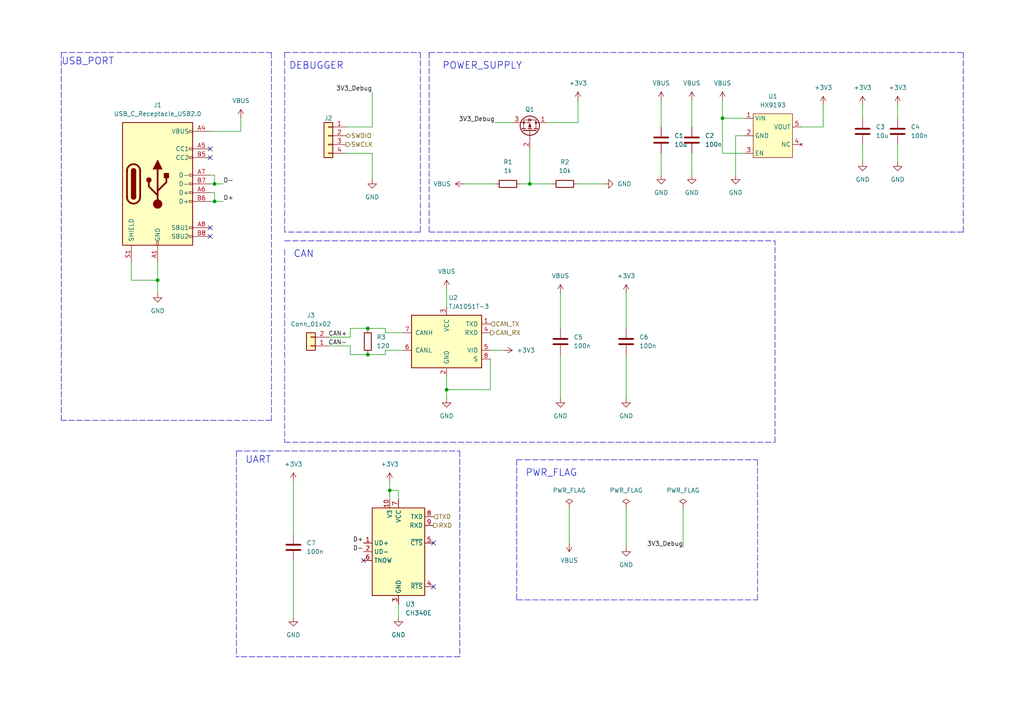
<source format=kicad_sch>
(kicad_sch (version 20211123) (generator eeschema)

  (uuid c660340c-67af-44a8-8b88-05593d1fdfe6)

  (paper "A4")

  (lib_symbols
    (symbol "Connector:USB_C_Receptacle_USB2.0" (pin_names (offset 1.016)) (in_bom yes) (on_board yes)
      (property "Reference" "J" (id 0) (at -10.16 19.05 0)
        (effects (font (size 1.27 1.27)) (justify left))
      )
      (property "Value" "USB_C_Receptacle_USB2.0" (id 1) (at 19.05 19.05 0)
        (effects (font (size 1.27 1.27)) (justify right))
      )
      (property "Footprint" "" (id 2) (at 3.81 0 0)
        (effects (font (size 1.27 1.27)) hide)
      )
      (property "Datasheet" "https://www.usb.org/sites/default/files/documents/usb_type-c.zip" (id 3) (at 3.81 0 0)
        (effects (font (size 1.27 1.27)) hide)
      )
      (property "ki_keywords" "usb universal serial bus type-C USB2.0" (id 4) (at 0 0 0)
        (effects (font (size 1.27 1.27)) hide)
      )
      (property "ki_description" "USB 2.0-only Type-C Receptacle connector" (id 5) (at 0 0 0)
        (effects (font (size 1.27 1.27)) hide)
      )
      (property "ki_fp_filters" "USB*C*Receptacle*" (id 6) (at 0 0 0)
        (effects (font (size 1.27 1.27)) hide)
      )
      (symbol "USB_C_Receptacle_USB2.0_0_0"
        (rectangle (start -0.254 -17.78) (end 0.254 -16.764)
          (stroke (width 0) (type default) (color 0 0 0 0))
          (fill (type none))
        )
        (rectangle (start 10.16 -14.986) (end 9.144 -15.494)
          (stroke (width 0) (type default) (color 0 0 0 0))
          (fill (type none))
        )
        (rectangle (start 10.16 -12.446) (end 9.144 -12.954)
          (stroke (width 0) (type default) (color 0 0 0 0))
          (fill (type none))
        )
        (rectangle (start 10.16 -4.826) (end 9.144 -5.334)
          (stroke (width 0) (type default) (color 0 0 0 0))
          (fill (type none))
        )
        (rectangle (start 10.16 -2.286) (end 9.144 -2.794)
          (stroke (width 0) (type default) (color 0 0 0 0))
          (fill (type none))
        )
        (rectangle (start 10.16 0.254) (end 9.144 -0.254)
          (stroke (width 0) (type default) (color 0 0 0 0))
          (fill (type none))
        )
        (rectangle (start 10.16 2.794) (end 9.144 2.286)
          (stroke (width 0) (type default) (color 0 0 0 0))
          (fill (type none))
        )
        (rectangle (start 10.16 7.874) (end 9.144 7.366)
          (stroke (width 0) (type default) (color 0 0 0 0))
          (fill (type none))
        )
        (rectangle (start 10.16 10.414) (end 9.144 9.906)
          (stroke (width 0) (type default) (color 0 0 0 0))
          (fill (type none))
        )
        (rectangle (start 10.16 15.494) (end 9.144 14.986)
          (stroke (width 0) (type default) (color 0 0 0 0))
          (fill (type none))
        )
      )
      (symbol "USB_C_Receptacle_USB2.0_0_1"
        (rectangle (start -10.16 17.78) (end 10.16 -17.78)
          (stroke (width 0.254) (type default) (color 0 0 0 0))
          (fill (type background))
        )
        (arc (start -8.89 -3.81) (mid -6.985 -5.715) (end -5.08 -3.81)
          (stroke (width 0.508) (type default) (color 0 0 0 0))
          (fill (type none))
        )
        (arc (start -7.62 -3.81) (mid -6.985 -4.445) (end -6.35 -3.81)
          (stroke (width 0.254) (type default) (color 0 0 0 0))
          (fill (type none))
        )
        (arc (start -7.62 -3.81) (mid -6.985 -4.445) (end -6.35 -3.81)
          (stroke (width 0.254) (type default) (color 0 0 0 0))
          (fill (type outline))
        )
        (rectangle (start -7.62 -3.81) (end -6.35 3.81)
          (stroke (width 0.254) (type default) (color 0 0 0 0))
          (fill (type outline))
        )
        (arc (start -6.35 3.81) (mid -6.985 4.445) (end -7.62 3.81)
          (stroke (width 0.254) (type default) (color 0 0 0 0))
          (fill (type none))
        )
        (arc (start -6.35 3.81) (mid -6.985 4.445) (end -7.62 3.81)
          (stroke (width 0.254) (type default) (color 0 0 0 0))
          (fill (type outline))
        )
        (arc (start -5.08 3.81) (mid -6.985 5.715) (end -8.89 3.81)
          (stroke (width 0.508) (type default) (color 0 0 0 0))
          (fill (type none))
        )
        (circle (center -2.54 1.143) (radius 0.635)
          (stroke (width 0.254) (type default) (color 0 0 0 0))
          (fill (type outline))
        )
        (circle (center 0 -5.842) (radius 1.27)
          (stroke (width 0) (type default) (color 0 0 0 0))
          (fill (type outline))
        )
        (polyline
          (pts
            (xy -8.89 -3.81)
            (xy -8.89 3.81)
          )
          (stroke (width 0.508) (type default) (color 0 0 0 0))
          (fill (type none))
        )
        (polyline
          (pts
            (xy -5.08 3.81)
            (xy -5.08 -3.81)
          )
          (stroke (width 0.508) (type default) (color 0 0 0 0))
          (fill (type none))
        )
        (polyline
          (pts
            (xy 0 -5.842)
            (xy 0 4.318)
          )
          (stroke (width 0.508) (type default) (color 0 0 0 0))
          (fill (type none))
        )
        (polyline
          (pts
            (xy 0 -3.302)
            (xy -2.54 -0.762)
            (xy -2.54 0.508)
          )
          (stroke (width 0.508) (type default) (color 0 0 0 0))
          (fill (type none))
        )
        (polyline
          (pts
            (xy 0 -2.032)
            (xy 2.54 0.508)
            (xy 2.54 1.778)
          )
          (stroke (width 0.508) (type default) (color 0 0 0 0))
          (fill (type none))
        )
        (polyline
          (pts
            (xy -1.27 4.318)
            (xy 0 6.858)
            (xy 1.27 4.318)
            (xy -1.27 4.318)
          )
          (stroke (width 0.254) (type default) (color 0 0 0 0))
          (fill (type outline))
        )
        (rectangle (start 1.905 1.778) (end 3.175 3.048)
          (stroke (width 0.254) (type default) (color 0 0 0 0))
          (fill (type outline))
        )
      )
      (symbol "USB_C_Receptacle_USB2.0_1_1"
        (pin passive line (at 0 -22.86 90) (length 5.08)
          (name "GND" (effects (font (size 1.27 1.27))))
          (number "A1" (effects (font (size 1.27 1.27))))
        )
        (pin passive line (at 0 -22.86 90) (length 5.08) hide
          (name "GND" (effects (font (size 1.27 1.27))))
          (number "A12" (effects (font (size 1.27 1.27))))
        )
        (pin passive line (at 15.24 15.24 180) (length 5.08)
          (name "VBUS" (effects (font (size 1.27 1.27))))
          (number "A4" (effects (font (size 1.27 1.27))))
        )
        (pin bidirectional line (at 15.24 10.16 180) (length 5.08)
          (name "CC1" (effects (font (size 1.27 1.27))))
          (number "A5" (effects (font (size 1.27 1.27))))
        )
        (pin bidirectional line (at 15.24 -2.54 180) (length 5.08)
          (name "D+" (effects (font (size 1.27 1.27))))
          (number "A6" (effects (font (size 1.27 1.27))))
        )
        (pin bidirectional line (at 15.24 2.54 180) (length 5.08)
          (name "D-" (effects (font (size 1.27 1.27))))
          (number "A7" (effects (font (size 1.27 1.27))))
        )
        (pin bidirectional line (at 15.24 -12.7 180) (length 5.08)
          (name "SBU1" (effects (font (size 1.27 1.27))))
          (number "A8" (effects (font (size 1.27 1.27))))
        )
        (pin passive line (at 15.24 15.24 180) (length 5.08) hide
          (name "VBUS" (effects (font (size 1.27 1.27))))
          (number "A9" (effects (font (size 1.27 1.27))))
        )
        (pin passive line (at 0 -22.86 90) (length 5.08) hide
          (name "GND" (effects (font (size 1.27 1.27))))
          (number "B1" (effects (font (size 1.27 1.27))))
        )
        (pin passive line (at 0 -22.86 90) (length 5.08) hide
          (name "GND" (effects (font (size 1.27 1.27))))
          (number "B12" (effects (font (size 1.27 1.27))))
        )
        (pin passive line (at 15.24 15.24 180) (length 5.08) hide
          (name "VBUS" (effects (font (size 1.27 1.27))))
          (number "B4" (effects (font (size 1.27 1.27))))
        )
        (pin bidirectional line (at 15.24 7.62 180) (length 5.08)
          (name "CC2" (effects (font (size 1.27 1.27))))
          (number "B5" (effects (font (size 1.27 1.27))))
        )
        (pin bidirectional line (at 15.24 -5.08 180) (length 5.08)
          (name "D+" (effects (font (size 1.27 1.27))))
          (number "B6" (effects (font (size 1.27 1.27))))
        )
        (pin bidirectional line (at 15.24 0 180) (length 5.08)
          (name "D-" (effects (font (size 1.27 1.27))))
          (number "B7" (effects (font (size 1.27 1.27))))
        )
        (pin bidirectional line (at 15.24 -15.24 180) (length 5.08)
          (name "SBU2" (effects (font (size 1.27 1.27))))
          (number "B8" (effects (font (size 1.27 1.27))))
        )
        (pin passive line (at 15.24 15.24 180) (length 5.08) hide
          (name "VBUS" (effects (font (size 1.27 1.27))))
          (number "B9" (effects (font (size 1.27 1.27))))
        )
        (pin passive line (at -7.62 -22.86 90) (length 5.08)
          (name "SHIELD" (effects (font (size 1.27 1.27))))
          (number "S1" (effects (font (size 1.27 1.27))))
        )
      )
    )
    (symbol "Connector_Generic:Conn_01x02" (pin_names (offset 1.016) hide) (in_bom yes) (on_board yes)
      (property "Reference" "J" (id 0) (at 0 2.54 0)
        (effects (font (size 1.27 1.27)))
      )
      (property "Value" "Conn_01x02" (id 1) (at 0 -5.08 0)
        (effects (font (size 1.27 1.27)))
      )
      (property "Footprint" "" (id 2) (at 0 0 0)
        (effects (font (size 1.27 1.27)) hide)
      )
      (property "Datasheet" "~" (id 3) (at 0 0 0)
        (effects (font (size 1.27 1.27)) hide)
      )
      (property "ki_keywords" "connector" (id 4) (at 0 0 0)
        (effects (font (size 1.27 1.27)) hide)
      )
      (property "ki_description" "Generic connector, single row, 01x02, script generated (kicad-library-utils/schlib/autogen/connector/)" (id 5) (at 0 0 0)
        (effects (font (size 1.27 1.27)) hide)
      )
      (property "ki_fp_filters" "Connector*:*_1x??_*" (id 6) (at 0 0 0)
        (effects (font (size 1.27 1.27)) hide)
      )
      (symbol "Conn_01x02_1_1"
        (rectangle (start -1.27 -2.413) (end 0 -2.667)
          (stroke (width 0.1524) (type default) (color 0 0 0 0))
          (fill (type none))
        )
        (rectangle (start -1.27 0.127) (end 0 -0.127)
          (stroke (width 0.1524) (type default) (color 0 0 0 0))
          (fill (type none))
        )
        (rectangle (start -1.27 1.27) (end 1.27 -3.81)
          (stroke (width 0.254) (type default) (color 0 0 0 0))
          (fill (type background))
        )
        (pin passive line (at -5.08 0 0) (length 3.81)
          (name "Pin_1" (effects (font (size 1.27 1.27))))
          (number "1" (effects (font (size 1.27 1.27))))
        )
        (pin passive line (at -5.08 -2.54 0) (length 3.81)
          (name "Pin_2" (effects (font (size 1.27 1.27))))
          (number "2" (effects (font (size 1.27 1.27))))
        )
      )
    )
    (symbol "Connector_Generic:Conn_01x04" (pin_names (offset 1.016) hide) (in_bom yes) (on_board yes)
      (property "Reference" "J" (id 0) (at 0 5.08 0)
        (effects (font (size 1.27 1.27)))
      )
      (property "Value" "Conn_01x04" (id 1) (at 0 -7.62 0)
        (effects (font (size 1.27 1.27)))
      )
      (property "Footprint" "" (id 2) (at 0 0 0)
        (effects (font (size 1.27 1.27)) hide)
      )
      (property "Datasheet" "~" (id 3) (at 0 0 0)
        (effects (font (size 1.27 1.27)) hide)
      )
      (property "ki_keywords" "connector" (id 4) (at 0 0 0)
        (effects (font (size 1.27 1.27)) hide)
      )
      (property "ki_description" "Generic connector, single row, 01x04, script generated (kicad-library-utils/schlib/autogen/connector/)" (id 5) (at 0 0 0)
        (effects (font (size 1.27 1.27)) hide)
      )
      (property "ki_fp_filters" "Connector*:*_1x??_*" (id 6) (at 0 0 0)
        (effects (font (size 1.27 1.27)) hide)
      )
      (symbol "Conn_01x04_1_1"
        (rectangle (start -1.27 -4.953) (end 0 -5.207)
          (stroke (width 0.1524) (type default) (color 0 0 0 0))
          (fill (type none))
        )
        (rectangle (start -1.27 -2.413) (end 0 -2.667)
          (stroke (width 0.1524) (type default) (color 0 0 0 0))
          (fill (type none))
        )
        (rectangle (start -1.27 0.127) (end 0 -0.127)
          (stroke (width 0.1524) (type default) (color 0 0 0 0))
          (fill (type none))
        )
        (rectangle (start -1.27 2.667) (end 0 2.413)
          (stroke (width 0.1524) (type default) (color 0 0 0 0))
          (fill (type none))
        )
        (rectangle (start -1.27 3.81) (end 1.27 -6.35)
          (stroke (width 0.254) (type default) (color 0 0 0 0))
          (fill (type background))
        )
        (pin passive line (at -5.08 2.54 0) (length 3.81)
          (name "Pin_1" (effects (font (size 1.27 1.27))))
          (number "1" (effects (font (size 1.27 1.27))))
        )
        (pin passive line (at -5.08 0 0) (length 3.81)
          (name "Pin_2" (effects (font (size 1.27 1.27))))
          (number "2" (effects (font (size 1.27 1.27))))
        )
        (pin passive line (at -5.08 -2.54 0) (length 3.81)
          (name "Pin_3" (effects (font (size 1.27 1.27))))
          (number "3" (effects (font (size 1.27 1.27))))
        )
        (pin passive line (at -5.08 -5.08 0) (length 3.81)
          (name "Pin_4" (effects (font (size 1.27 1.27))))
          (number "4" (effects (font (size 1.27 1.27))))
        )
      )
    )
    (symbol "Device:C" (pin_numbers hide) (pin_names (offset 0.254)) (in_bom yes) (on_board yes)
      (property "Reference" "C" (id 0) (at 0.635 2.54 0)
        (effects (font (size 1.27 1.27)) (justify left))
      )
      (property "Value" "C" (id 1) (at 0.635 -2.54 0)
        (effects (font (size 1.27 1.27)) (justify left))
      )
      (property "Footprint" "" (id 2) (at 0.9652 -3.81 0)
        (effects (font (size 1.27 1.27)) hide)
      )
      (property "Datasheet" "~" (id 3) (at 0 0 0)
        (effects (font (size 1.27 1.27)) hide)
      )
      (property "ki_keywords" "cap capacitor" (id 4) (at 0 0 0)
        (effects (font (size 1.27 1.27)) hide)
      )
      (property "ki_description" "Unpolarized capacitor" (id 5) (at 0 0 0)
        (effects (font (size 1.27 1.27)) hide)
      )
      (property "ki_fp_filters" "C_*" (id 6) (at 0 0 0)
        (effects (font (size 1.27 1.27)) hide)
      )
      (symbol "C_0_1"
        (polyline
          (pts
            (xy -2.032 -0.762)
            (xy 2.032 -0.762)
          )
          (stroke (width 0.508) (type default) (color 0 0 0 0))
          (fill (type none))
        )
        (polyline
          (pts
            (xy -2.032 0.762)
            (xy 2.032 0.762)
          )
          (stroke (width 0.508) (type default) (color 0 0 0 0))
          (fill (type none))
        )
      )
      (symbol "C_1_1"
        (pin passive line (at 0 3.81 270) (length 2.794)
          (name "~" (effects (font (size 1.27 1.27))))
          (number "1" (effects (font (size 1.27 1.27))))
        )
        (pin passive line (at 0 -3.81 90) (length 2.794)
          (name "~" (effects (font (size 1.27 1.27))))
          (number "2" (effects (font (size 1.27 1.27))))
        )
      )
    )
    (symbol "Device:Q_PMOS_DGS" (pin_names (offset 0) hide) (in_bom yes) (on_board yes)
      (property "Reference" "Q" (id 0) (at 5.08 1.27 0)
        (effects (font (size 1.27 1.27)) (justify left))
      )
      (property "Value" "Q_PMOS_DGS" (id 1) (at 5.08 -1.27 0)
        (effects (font (size 1.27 1.27)) (justify left))
      )
      (property "Footprint" "" (id 2) (at 5.08 2.54 0)
        (effects (font (size 1.27 1.27)) hide)
      )
      (property "Datasheet" "~" (id 3) (at 0 0 0)
        (effects (font (size 1.27 1.27)) hide)
      )
      (property "ki_keywords" "transistor PMOS P-MOS P-MOSFET" (id 4) (at 0 0 0)
        (effects (font (size 1.27 1.27)) hide)
      )
      (property "ki_description" "P-MOSFET transistor, drain/gate/source" (id 5) (at 0 0 0)
        (effects (font (size 1.27 1.27)) hide)
      )
      (symbol "Q_PMOS_DGS_0_1"
        (polyline
          (pts
            (xy 0.254 0)
            (xy -2.54 0)
          )
          (stroke (width 0) (type default) (color 0 0 0 0))
          (fill (type none))
        )
        (polyline
          (pts
            (xy 0.254 1.905)
            (xy 0.254 -1.905)
          )
          (stroke (width 0.254) (type default) (color 0 0 0 0))
          (fill (type none))
        )
        (polyline
          (pts
            (xy 0.762 -1.27)
            (xy 0.762 -2.286)
          )
          (stroke (width 0.254) (type default) (color 0 0 0 0))
          (fill (type none))
        )
        (polyline
          (pts
            (xy 0.762 0.508)
            (xy 0.762 -0.508)
          )
          (stroke (width 0.254) (type default) (color 0 0 0 0))
          (fill (type none))
        )
        (polyline
          (pts
            (xy 0.762 2.286)
            (xy 0.762 1.27)
          )
          (stroke (width 0.254) (type default) (color 0 0 0 0))
          (fill (type none))
        )
        (polyline
          (pts
            (xy 2.54 2.54)
            (xy 2.54 1.778)
          )
          (stroke (width 0) (type default) (color 0 0 0 0))
          (fill (type none))
        )
        (polyline
          (pts
            (xy 2.54 -2.54)
            (xy 2.54 0)
            (xy 0.762 0)
          )
          (stroke (width 0) (type default) (color 0 0 0 0))
          (fill (type none))
        )
        (polyline
          (pts
            (xy 0.762 1.778)
            (xy 3.302 1.778)
            (xy 3.302 -1.778)
            (xy 0.762 -1.778)
          )
          (stroke (width 0) (type default) (color 0 0 0 0))
          (fill (type none))
        )
        (polyline
          (pts
            (xy 2.286 0)
            (xy 1.27 0.381)
            (xy 1.27 -0.381)
            (xy 2.286 0)
          )
          (stroke (width 0) (type default) (color 0 0 0 0))
          (fill (type outline))
        )
        (polyline
          (pts
            (xy 2.794 -0.508)
            (xy 2.921 -0.381)
            (xy 3.683 -0.381)
            (xy 3.81 -0.254)
          )
          (stroke (width 0) (type default) (color 0 0 0 0))
          (fill (type none))
        )
        (polyline
          (pts
            (xy 3.302 -0.381)
            (xy 2.921 0.254)
            (xy 3.683 0.254)
            (xy 3.302 -0.381)
          )
          (stroke (width 0) (type default) (color 0 0 0 0))
          (fill (type none))
        )
        (circle (center 1.651 0) (radius 2.794)
          (stroke (width 0.254) (type default) (color 0 0 0 0))
          (fill (type none))
        )
        (circle (center 2.54 -1.778) (radius 0.254)
          (stroke (width 0) (type default) (color 0 0 0 0))
          (fill (type outline))
        )
        (circle (center 2.54 1.778) (radius 0.254)
          (stroke (width 0) (type default) (color 0 0 0 0))
          (fill (type outline))
        )
      )
      (symbol "Q_PMOS_DGS_1_1"
        (pin passive line (at 2.54 5.08 270) (length 2.54)
          (name "D" (effects (font (size 1.27 1.27))))
          (number "1" (effects (font (size 1.27 1.27))))
        )
        (pin input line (at -5.08 0 0) (length 2.54)
          (name "G" (effects (font (size 1.27 1.27))))
          (number "2" (effects (font (size 1.27 1.27))))
        )
        (pin passive line (at 2.54 -5.08 90) (length 2.54)
          (name "S" (effects (font (size 1.27 1.27))))
          (number "3" (effects (font (size 1.27 1.27))))
        )
      )
    )
    (symbol "Device:R" (pin_numbers hide) (pin_names (offset 0)) (in_bom yes) (on_board yes)
      (property "Reference" "R" (id 0) (at 2.032 0 90)
        (effects (font (size 1.27 1.27)))
      )
      (property "Value" "R" (id 1) (at 0 0 90)
        (effects (font (size 1.27 1.27)))
      )
      (property "Footprint" "" (id 2) (at -1.778 0 90)
        (effects (font (size 1.27 1.27)) hide)
      )
      (property "Datasheet" "~" (id 3) (at 0 0 0)
        (effects (font (size 1.27 1.27)) hide)
      )
      (property "ki_keywords" "R res resistor" (id 4) (at 0 0 0)
        (effects (font (size 1.27 1.27)) hide)
      )
      (property "ki_description" "Resistor" (id 5) (at 0 0 0)
        (effects (font (size 1.27 1.27)) hide)
      )
      (property "ki_fp_filters" "R_*" (id 6) (at 0 0 0)
        (effects (font (size 1.27 1.27)) hide)
      )
      (symbol "R_0_1"
        (rectangle (start -1.016 -2.54) (end 1.016 2.54)
          (stroke (width 0.254) (type default) (color 0 0 0 0))
          (fill (type none))
        )
      )
      (symbol "R_1_1"
        (pin passive line (at 0 3.81 270) (length 1.27)
          (name "~" (effects (font (size 1.27 1.27))))
          (number "1" (effects (font (size 1.27 1.27))))
        )
        (pin passive line (at 0 -3.81 90) (length 1.27)
          (name "~" (effects (font (size 1.27 1.27))))
          (number "2" (effects (font (size 1.27 1.27))))
        )
      )
    )
    (symbol "Interface_CAN_LIN:TJA1051T-3" (pin_names (offset 1.016)) (in_bom yes) (on_board yes)
      (property "Reference" "U" (id 0) (at -10.16 8.89 0)
        (effects (font (size 1.27 1.27)) (justify left))
      )
      (property "Value" "TJA1051T-3" (id 1) (at 1.27 8.89 0)
        (effects (font (size 1.27 1.27)) (justify left))
      )
      (property "Footprint" "Package_SO:SOIC-8_3.9x4.9mm_P1.27mm" (id 2) (at 0 -12.7 0)
        (effects (font (size 1.27 1.27) italic) hide)
      )
      (property "Datasheet" "http://www.nxp.com/documents/data_sheet/TJA1051.pdf" (id 3) (at 0 0 0)
        (effects (font (size 1.27 1.27)) hide)
      )
      (property "ki_keywords" "High-Speed CAN Transceiver" (id 4) (at 0 0 0)
        (effects (font (size 1.27 1.27)) hide)
      )
      (property "ki_description" "High-Speed CAN Transceiver, separate VIO, silent mode, SOIC-8" (id 5) (at 0 0 0)
        (effects (font (size 1.27 1.27)) hide)
      )
      (property "ki_fp_filters" "SOIC*3.9x4.9mm*P1.27mm*" (id 6) (at 0 0 0)
        (effects (font (size 1.27 1.27)) hide)
      )
      (symbol "TJA1051T-3_0_1"
        (rectangle (start -10.16 7.62) (end 10.16 -7.62)
          (stroke (width 0.254) (type default) (color 0 0 0 0))
          (fill (type background))
        )
      )
      (symbol "TJA1051T-3_1_1"
        (pin input line (at -12.7 5.08 0) (length 2.54)
          (name "TXD" (effects (font (size 1.27 1.27))))
          (number "1" (effects (font (size 1.27 1.27))))
        )
        (pin power_in line (at 0 -10.16 90) (length 2.54)
          (name "GND" (effects (font (size 1.27 1.27))))
          (number "2" (effects (font (size 1.27 1.27))))
        )
        (pin power_in line (at 0 10.16 270) (length 2.54)
          (name "VCC" (effects (font (size 1.27 1.27))))
          (number "3" (effects (font (size 1.27 1.27))))
        )
        (pin output line (at -12.7 2.54 0) (length 2.54)
          (name "RXD" (effects (font (size 1.27 1.27))))
          (number "4" (effects (font (size 1.27 1.27))))
        )
        (pin power_in line (at -12.7 -2.54 0) (length 2.54)
          (name "VIO" (effects (font (size 1.27 1.27))))
          (number "5" (effects (font (size 1.27 1.27))))
        )
        (pin bidirectional line (at 12.7 -2.54 180) (length 2.54)
          (name "CANL" (effects (font (size 1.27 1.27))))
          (number "6" (effects (font (size 1.27 1.27))))
        )
        (pin bidirectional line (at 12.7 2.54 180) (length 2.54)
          (name "CANH" (effects (font (size 1.27 1.27))))
          (number "7" (effects (font (size 1.27 1.27))))
        )
        (pin input line (at -12.7 -5.08 0) (length 2.54)
          (name "S" (effects (font (size 1.27 1.27))))
          (number "8" (effects (font (size 1.27 1.27))))
        )
      )
    )
    (symbol "Interface_USB:CH340E" (in_bom yes) (on_board yes)
      (property "Reference" "U" (id 0) (at -5.08 13.97 0)
        (effects (font (size 1.27 1.27)) (justify right))
      )
      (property "Value" "CH340E" (id 1) (at 1.27 13.97 0)
        (effects (font (size 1.27 1.27)) (justify left))
      )
      (property "Footprint" "Package_SO:MSOP-10_3x3mm_P0.5mm" (id 2) (at 1.27 -13.97 0)
        (effects (font (size 1.27 1.27)) (justify left) hide)
      )
      (property "Datasheet" "https://www.mpja.com/download/35227cpdata.pdf" (id 3) (at -8.89 20.32 0)
        (effects (font (size 1.27 1.27)) hide)
      )
      (property "ki_keywords" "USB UART Serial Converter Interface" (id 4) (at 0 0 0)
        (effects (font (size 1.27 1.27)) hide)
      )
      (property "ki_description" "USB serial converter, UART, MSOP-10" (id 5) (at 0 0 0)
        (effects (font (size 1.27 1.27)) hide)
      )
      (property "ki_fp_filters" "MSOP*3x3mm*P0.5mm*" (id 6) (at 0 0 0)
        (effects (font (size 1.27 1.27)) hide)
      )
      (symbol "CH340E_0_1"
        (rectangle (start -7.62 12.7) (end 7.62 -12.7)
          (stroke (width 0.254) (type default) (color 0 0 0 0))
          (fill (type background))
        )
      )
      (symbol "CH340E_1_1"
        (pin bidirectional line (at -10.16 2.54 0) (length 2.54)
          (name "UD+" (effects (font (size 1.27 1.27))))
          (number "1" (effects (font (size 1.27 1.27))))
        )
        (pin passive line (at -2.54 15.24 270) (length 2.54)
          (name "V3" (effects (font (size 1.27 1.27))))
          (number "10" (effects (font (size 1.27 1.27))))
        )
        (pin bidirectional line (at -10.16 0 0) (length 2.54)
          (name "UD-" (effects (font (size 1.27 1.27))))
          (number "2" (effects (font (size 1.27 1.27))))
        )
        (pin power_in line (at 0 -15.24 90) (length 2.54)
          (name "GND" (effects (font (size 1.27 1.27))))
          (number "3" (effects (font (size 1.27 1.27))))
        )
        (pin output line (at 10.16 -10.16 180) (length 2.54)
          (name "~{RTS}" (effects (font (size 1.27 1.27))))
          (number "4" (effects (font (size 1.27 1.27))))
        )
        (pin input line (at 10.16 2.54 180) (length 2.54)
          (name "~{CTS}" (effects (font (size 1.27 1.27))))
          (number "5" (effects (font (size 1.27 1.27))))
        )
        (pin output line (at -10.16 -2.54 0) (length 2.54)
          (name "TNOW" (effects (font (size 1.27 1.27))))
          (number "6" (effects (font (size 1.27 1.27))))
        )
        (pin power_in line (at 0 15.24 270) (length 2.54)
          (name "VCC" (effects (font (size 1.27 1.27))))
          (number "7" (effects (font (size 1.27 1.27))))
        )
        (pin output line (at 10.16 10.16 180) (length 2.54)
          (name "TXD" (effects (font (size 1.27 1.27))))
          (number "8" (effects (font (size 1.27 1.27))))
        )
        (pin input line (at 10.16 7.62 180) (length 2.54)
          (name "RXD" (effects (font (size 1.27 1.27))))
          (number "9" (effects (font (size 1.27 1.27))))
        )
      )
    )
    (symbol "power:+3V3" (power) (pin_names (offset 0)) (in_bom yes) (on_board yes)
      (property "Reference" "#PWR" (id 0) (at 0 -3.81 0)
        (effects (font (size 1.27 1.27)) hide)
      )
      (property "Value" "+3V3" (id 1) (at 0 3.556 0)
        (effects (font (size 1.27 1.27)))
      )
      (property "Footprint" "" (id 2) (at 0 0 0)
        (effects (font (size 1.27 1.27)) hide)
      )
      (property "Datasheet" "" (id 3) (at 0 0 0)
        (effects (font (size 1.27 1.27)) hide)
      )
      (property "ki_keywords" "power-flag" (id 4) (at 0 0 0)
        (effects (font (size 1.27 1.27)) hide)
      )
      (property "ki_description" "Power symbol creates a global label with name \"+3V3\"" (id 5) (at 0 0 0)
        (effects (font (size 1.27 1.27)) hide)
      )
      (symbol "+3V3_0_1"
        (polyline
          (pts
            (xy -0.762 1.27)
            (xy 0 2.54)
          )
          (stroke (width 0) (type default) (color 0 0 0 0))
          (fill (type none))
        )
        (polyline
          (pts
            (xy 0 0)
            (xy 0 2.54)
          )
          (stroke (width 0) (type default) (color 0 0 0 0))
          (fill (type none))
        )
        (polyline
          (pts
            (xy 0 2.54)
            (xy 0.762 1.27)
          )
          (stroke (width 0) (type default) (color 0 0 0 0))
          (fill (type none))
        )
      )
      (symbol "+3V3_1_1"
        (pin power_in line (at 0 0 90) (length 0) hide
          (name "+3V3" (effects (font (size 1.27 1.27))))
          (number "1" (effects (font (size 1.27 1.27))))
        )
      )
    )
    (symbol "power:GND" (power) (pin_names (offset 0)) (in_bom yes) (on_board yes)
      (property "Reference" "#PWR" (id 0) (at 0 -6.35 0)
        (effects (font (size 1.27 1.27)) hide)
      )
      (property "Value" "GND" (id 1) (at 0 -3.81 0)
        (effects (font (size 1.27 1.27)))
      )
      (property "Footprint" "" (id 2) (at 0 0 0)
        (effects (font (size 1.27 1.27)) hide)
      )
      (property "Datasheet" "" (id 3) (at 0 0 0)
        (effects (font (size 1.27 1.27)) hide)
      )
      (property "ki_keywords" "power-flag" (id 4) (at 0 0 0)
        (effects (font (size 1.27 1.27)) hide)
      )
      (property "ki_description" "Power symbol creates a global label with name \"GND\" , ground" (id 5) (at 0 0 0)
        (effects (font (size 1.27 1.27)) hide)
      )
      (symbol "GND_0_1"
        (polyline
          (pts
            (xy 0 0)
            (xy 0 -1.27)
            (xy 1.27 -1.27)
            (xy 0 -2.54)
            (xy -1.27 -1.27)
            (xy 0 -1.27)
          )
          (stroke (width 0) (type default) (color 0 0 0 0))
          (fill (type none))
        )
      )
      (symbol "GND_1_1"
        (pin power_in line (at 0 0 270) (length 0) hide
          (name "GND" (effects (font (size 1.27 1.27))))
          (number "1" (effects (font (size 1.27 1.27))))
        )
      )
    )
    (symbol "power:PWR_FLAG" (power) (pin_numbers hide) (pin_names (offset 0) hide) (in_bom yes) (on_board yes)
      (property "Reference" "#FLG" (id 0) (at 0 1.905 0)
        (effects (font (size 1.27 1.27)) hide)
      )
      (property "Value" "PWR_FLAG" (id 1) (at 0 3.81 0)
        (effects (font (size 1.27 1.27)))
      )
      (property "Footprint" "" (id 2) (at 0 0 0)
        (effects (font (size 1.27 1.27)) hide)
      )
      (property "Datasheet" "~" (id 3) (at 0 0 0)
        (effects (font (size 1.27 1.27)) hide)
      )
      (property "ki_keywords" "power-flag" (id 4) (at 0 0 0)
        (effects (font (size 1.27 1.27)) hide)
      )
      (property "ki_description" "Special symbol for telling ERC where power comes from" (id 5) (at 0 0 0)
        (effects (font (size 1.27 1.27)) hide)
      )
      (symbol "PWR_FLAG_0_0"
        (pin power_out line (at 0 0 90) (length 0)
          (name "pwr" (effects (font (size 1.27 1.27))))
          (number "1" (effects (font (size 1.27 1.27))))
        )
      )
      (symbol "PWR_FLAG_0_1"
        (polyline
          (pts
            (xy 0 0)
            (xy 0 1.27)
            (xy -1.016 1.905)
            (xy 0 2.54)
            (xy 1.016 1.905)
            (xy 0 1.27)
          )
          (stroke (width 0) (type default) (color 0 0 0 0))
          (fill (type none))
        )
      )
    )
    (symbol "power:VBUS" (power) (pin_names (offset 0)) (in_bom yes) (on_board yes)
      (property "Reference" "#PWR" (id 0) (at 0 -3.81 0)
        (effects (font (size 1.27 1.27)) hide)
      )
      (property "Value" "VBUS" (id 1) (at 0 3.81 0)
        (effects (font (size 1.27 1.27)))
      )
      (property "Footprint" "" (id 2) (at 0 0 0)
        (effects (font (size 1.27 1.27)) hide)
      )
      (property "Datasheet" "" (id 3) (at 0 0 0)
        (effects (font (size 1.27 1.27)) hide)
      )
      (property "ki_keywords" "power-flag" (id 4) (at 0 0 0)
        (effects (font (size 1.27 1.27)) hide)
      )
      (property "ki_description" "Power symbol creates a global label with name \"VBUS\"" (id 5) (at 0 0 0)
        (effects (font (size 1.27 1.27)) hide)
      )
      (symbol "VBUS_0_1"
        (polyline
          (pts
            (xy -0.762 1.27)
            (xy 0 2.54)
          )
          (stroke (width 0) (type default) (color 0 0 0 0))
          (fill (type none))
        )
        (polyline
          (pts
            (xy 0 0)
            (xy 0 2.54)
          )
          (stroke (width 0) (type default) (color 0 0 0 0))
          (fill (type none))
        )
        (polyline
          (pts
            (xy 0 2.54)
            (xy 0.762 1.27)
          )
          (stroke (width 0) (type default) (color 0 0 0 0))
          (fill (type none))
        )
      )
      (symbol "VBUS_1_1"
        (pin power_in line (at 0 0 90) (length 0) hide
          (name "VBUS" (effects (font (size 1.27 1.27))))
          (number "1" (effects (font (size 1.27 1.27))))
        )
      )
    )
    (symbol "symbols:HX9193" (in_bom yes) (on_board yes)
      (property "Reference" "U" (id 0) (at -5.08 7.62 0)
        (effects (font (size 1.27 1.27)))
      )
      (property "Value" "HX9193" (id 1) (at 6.35 7.62 0)
        (effects (font (size 1.27 1.27)))
      )
      (property "Footprint" "Package_TO_SOT_SMD:SOT-23-5_HandSoldering" (id 2) (at 0 0 0)
        (effects (font (size 1.27 1.27)) hide)
      )
      (property "Datasheet" "https://item.szlcsc.com/280543.html" (id 3) (at 0 0 0)
        (effects (font (size 1.27 1.27)) hide)
      )
      (symbol "HX9193_0_1"
        (rectangle (start -6.35 6.35) (end 5.08 -6.35)
          (stroke (width 0) (type default) (color 0 0 0 0))
          (fill (type background))
        )
      )
      (symbol "HX9193_1_1"
        (pin power_in line (at -8.89 5.08 0) (length 2.54)
          (name "VIN" (effects (font (size 1.27 1.27))))
          (number "1" (effects (font (size 1.27 1.27))))
        )
        (pin passive line (at -8.89 0 0) (length 2.54)
          (name "GND" (effects (font (size 1.27 1.27))))
          (number "2" (effects (font (size 1.27 1.27))))
        )
        (pin input line (at -8.89 -5.08 0) (length 2.54)
          (name "EN" (effects (font (size 1.27 1.27))))
          (number "3" (effects (font (size 1.27 1.27))))
        )
        (pin no_connect line (at 7.62 -2.54 180) (length 2.54)
          (name "NC" (effects (font (size 1.27 1.27))))
          (number "4" (effects (font (size 1.27 1.27))))
        )
        (pin power_out line (at 7.62 2.54 180) (length 2.54)
          (name "VOUT" (effects (font (size 1.27 1.27))))
          (number "5" (effects (font (size 1.27 1.27))))
        )
      )
    )
  )

  (junction (at 62.23 53.34) (diameter 0) (color 0 0 0 0)
    (uuid 04cd7859-2d7a-4810-9ec9-a41e00fba622)
  )
  (junction (at 129.54 113.03) (diameter 0) (color 0 0 0 0)
    (uuid 26a301f9-4187-485f-a09d-0fb7b5393fb1)
  )
  (junction (at 45.72 81.28) (diameter 0) (color 0 0 0 0)
    (uuid 4fa2b69f-5e3d-42ca-8df7-a9c6dadea36c)
  )
  (junction (at 113.03 142.24) (diameter 0) (color 0 0 0 0)
    (uuid 5bc107c5-422a-47d1-a3c5-852e45b86586)
  )
  (junction (at 209.55 34.29) (diameter 0) (color 0 0 0 0)
    (uuid 6673a814-ba6c-49db-b516-76a4532b8384)
  )
  (junction (at 106.68 95.25) (diameter 0) (color 0 0 0 0)
    (uuid 799d0d2d-1081-4208-8a71-af51e5aebecf)
  )
  (junction (at 106.68 102.87) (diameter 0) (color 0 0 0 0)
    (uuid dd35dbe9-7a21-40a6-bfe6-2ba29f62910c)
  )
  (junction (at 153.67 53.34) (diameter 0) (color 0 0 0 0)
    (uuid fd5eb024-3403-45a4-a8a1-ad74484059ab)
  )
  (junction (at 62.23 58.42) (diameter 0) (color 0 0 0 0)
    (uuid ff5fd5e6-2064-46a1-9eea-f8d434b9c54e)
  )

  (no_connect (at 105.41 162.56) (uuid 80b389d3-ea79-4c21-ade8-75e6df8aee4a))
  (no_connect (at 125.73 170.18) (uuid 80b389d3-ea79-4c21-ade8-75e6df8aee4b))
  (no_connect (at 125.73 157.48) (uuid 80b389d3-ea79-4c21-ade8-75e6df8aee4c))
  (no_connect (at 60.96 68.58) (uuid b8810234-b54f-43cc-8183-36ae1352e5aa))
  (no_connect (at 60.96 66.04) (uuid b8810234-b54f-43cc-8183-36ae1352e5ab))
  (no_connect (at 60.96 45.72) (uuid b8810234-b54f-43cc-8183-36ae1352e5ac))
  (no_connect (at 60.96 43.18) (uuid b8810234-b54f-43cc-8183-36ae1352e5ad))

  (wire (pts (xy 101.6 100.33) (xy 101.6 102.87))
    (stroke (width 0) (type default) (color 0 0 0 0))
    (uuid 00432c94-39a2-4912-bd7c-0bc2aa3f8fee)
  )
  (wire (pts (xy 181.61 147.32) (xy 181.61 158.75))
    (stroke (width 0) (type default) (color 0 0 0 0))
    (uuid 041755fa-22cd-4d00-b573-fb90ca932142)
  )
  (polyline (pts (xy 133.35 130.81) (xy 133.35 190.5))
    (stroke (width 0) (type default) (color 0 0 0 0))
    (uuid 047a51ec-9ec9-4cce-94d4-fbd2aae60403)
  )

  (wire (pts (xy 116.84 101.6) (xy 111.76 101.6))
    (stroke (width 0) (type default) (color 0 0 0 0))
    (uuid 04c9ee87-9640-456b-b1a2-21c13aa1e0cc)
  )
  (wire (pts (xy 191.77 44.45) (xy 191.77 50.8))
    (stroke (width 0) (type default) (color 0 0 0 0))
    (uuid 05cee904-c386-48f7-acbd-87e0f9bb33fd)
  )
  (wire (pts (xy 62.23 55.88) (xy 62.23 58.42))
    (stroke (width 0) (type default) (color 0 0 0 0))
    (uuid 0665e609-2520-4789-8228-eabe387abc23)
  )
  (wire (pts (xy 260.35 41.91) (xy 260.35 46.99))
    (stroke (width 0) (type default) (color 0 0 0 0))
    (uuid 067957ac-f3bf-4086-bde0-0d61476f4af7)
  )
  (wire (pts (xy 62.23 50.8) (xy 62.23 53.34))
    (stroke (width 0) (type default) (color 0 0 0 0))
    (uuid 07d958f7-4dc2-4aca-b04f-d87ea5483ab4)
  )
  (wire (pts (xy 181.61 85.09) (xy 181.61 95.25))
    (stroke (width 0) (type default) (color 0 0 0 0))
    (uuid 09a69edb-3840-4703-ab85-d1329f23ccf0)
  )
  (wire (pts (xy 115.57 144.78) (xy 115.57 142.24))
    (stroke (width 0) (type default) (color 0 0 0 0))
    (uuid 0d0465d6-9d76-44ae-899b-bb865cbb81b4)
  )
  (polyline (pts (xy 68.58 130.81) (xy 68.58 190.5))
    (stroke (width 0) (type default) (color 0 0 0 0))
    (uuid 0e7a9234-03f5-4470-85a7-e0ad0bba670b)
  )

  (wire (pts (xy 38.1 76.2) (xy 38.1 81.28))
    (stroke (width 0) (type default) (color 0 0 0 0))
    (uuid 105cf4f8-553c-46bd-ba87-2faeebe73459)
  )
  (polyline (pts (xy 279.4 67.31) (xy 124.46 67.31))
    (stroke (width 0) (type default) (color 0 0 0 0))
    (uuid 11d7e7fe-7763-416d-ad2a-40d831dd3a44)
  )

  (wire (pts (xy 153.67 43.18) (xy 153.67 53.34))
    (stroke (width 0) (type default) (color 0 0 0 0))
    (uuid 17e53a3b-3c0c-417c-a9ce-1a836e830202)
  )
  (wire (pts (xy 62.23 58.42) (xy 64.77 58.42))
    (stroke (width 0) (type default) (color 0 0 0 0))
    (uuid 2a2c4701-c497-4727-85b8-3f97f8f6eeca)
  )
  (polyline (pts (xy 78.74 121.92) (xy 17.78 121.92))
    (stroke (width 0) (type default) (color 0 0 0 0))
    (uuid 34e1bc44-3a2a-48e1-92a6-a90a9198387d)
  )

  (wire (pts (xy 209.55 34.29) (xy 215.9 34.29))
    (stroke (width 0) (type default) (color 0 0 0 0))
    (uuid 35219933-9745-4275-acad-43f05243a244)
  )
  (polyline (pts (xy 224.79 128.27) (xy 224.79 69.85))
    (stroke (width 0) (type default) (color 0 0 0 0))
    (uuid 3709691b-636b-4ed7-b671-0ea497f8e0ff)
  )

  (wire (pts (xy 167.64 35.56) (xy 158.75 35.56))
    (stroke (width 0) (type default) (color 0 0 0 0))
    (uuid 3844d7a8-5322-407a-931f-c88b08f36bb1)
  )
  (polyline (pts (xy 133.35 190.5) (xy 68.58 190.5))
    (stroke (width 0) (type default) (color 0 0 0 0))
    (uuid 3a76a857-73dc-4dce-8655-3f0e636aa57e)
  )
  (polyline (pts (xy 17.78 15.24) (xy 78.74 15.24))
    (stroke (width 0) (type default) (color 0 0 0 0))
    (uuid 3f266953-b597-4a5e-a67d-19da76468b77)
  )

  (wire (pts (xy 101.6 102.87) (xy 106.68 102.87))
    (stroke (width 0) (type default) (color 0 0 0 0))
    (uuid 4074bc93-b68c-44bd-b953-68ed6e8b5aab)
  )
  (wire (pts (xy 143.51 35.56) (xy 148.59 35.56))
    (stroke (width 0) (type default) (color 0 0 0 0))
    (uuid 40d630ce-1986-4edc-a11d-1a06e1ecc406)
  )
  (wire (pts (xy 100.33 44.45) (xy 107.95 44.45))
    (stroke (width 0) (type default) (color 0 0 0 0))
    (uuid 46827248-885d-467e-abc0-3a4c778cf867)
  )
  (wire (pts (xy 134.62 53.34) (xy 143.51 53.34))
    (stroke (width 0) (type default) (color 0 0 0 0))
    (uuid 472d2312-c311-4f26-be36-d5fda7eacef3)
  )
  (wire (pts (xy 85.09 139.7) (xy 85.09 154.94))
    (stroke (width 0) (type default) (color 0 0 0 0))
    (uuid 4735f51c-c8d4-412a-80af-55b60606a529)
  )
  (wire (pts (xy 111.76 101.6) (xy 111.76 102.87))
    (stroke (width 0) (type default) (color 0 0 0 0))
    (uuid 4d8cae2e-65d5-45a7-9494-2bc65fc8b370)
  )
  (wire (pts (xy 142.24 113.03) (xy 129.54 113.03))
    (stroke (width 0) (type default) (color 0 0 0 0))
    (uuid 52e343f3-7120-439a-bd07-7b1926543d7f)
  )
  (wire (pts (xy 60.96 58.42) (xy 62.23 58.42))
    (stroke (width 0) (type default) (color 0 0 0 0))
    (uuid 57af5fcd-9158-45de-9620-f275d403308a)
  )
  (wire (pts (xy 215.9 39.37) (xy 213.36 39.37))
    (stroke (width 0) (type default) (color 0 0 0 0))
    (uuid 57ecbdfd-3cdb-4818-8887-22658b61e914)
  )
  (polyline (pts (xy 279.4 15.24) (xy 279.4 67.31))
    (stroke (width 0) (type default) (color 0 0 0 0))
    (uuid 58916048-d26b-4467-b59b-32d6d833ff29)
  )

  (wire (pts (xy 111.76 95.25) (xy 106.68 95.25))
    (stroke (width 0) (type default) (color 0 0 0 0))
    (uuid 5aaf7246-3b69-4982-b9e5-56d653b3c8e4)
  )
  (wire (pts (xy 45.72 81.28) (xy 45.72 85.09))
    (stroke (width 0) (type default) (color 0 0 0 0))
    (uuid 5bdd8b04-f096-436e-a504-54ef0df4cf66)
  )
  (wire (pts (xy 111.76 96.52) (xy 111.76 95.25))
    (stroke (width 0) (type default) (color 0 0 0 0))
    (uuid 5c8dc0ba-b6ae-455d-b5e7-ee657090b48d)
  )
  (wire (pts (xy 115.57 142.24) (xy 113.03 142.24))
    (stroke (width 0) (type default) (color 0 0 0 0))
    (uuid 5e160adb-9085-41e8-962b-223dabf065eb)
  )
  (polyline (pts (xy 82.55 128.27) (xy 224.79 128.27))
    (stroke (width 0) (type default) (color 0 0 0 0))
    (uuid 63a8a47e-1a40-4104-ac75-01d8eefd0266)
  )

  (wire (pts (xy 113.03 142.24) (xy 113.03 144.78))
    (stroke (width 0) (type default) (color 0 0 0 0))
    (uuid 658f0852-ed6a-4d5c-a455-3428b5826652)
  )
  (wire (pts (xy 209.55 29.21) (xy 209.55 34.29))
    (stroke (width 0) (type default) (color 0 0 0 0))
    (uuid 66e36b99-a6c1-47fc-a48e-304dd4cc5ba7)
  )
  (wire (pts (xy 115.57 175.26) (xy 115.57 179.07))
    (stroke (width 0) (type default) (color 0 0 0 0))
    (uuid 6a2a4787-4bbf-4f34-8cc2-2856c97cc850)
  )
  (wire (pts (xy 200.66 29.21) (xy 200.66 36.83))
    (stroke (width 0) (type default) (color 0 0 0 0))
    (uuid 6a5d7962-b795-41eb-aae7-4147b26b9497)
  )
  (polyline (pts (xy 149.86 133.35) (xy 219.71 133.35))
    (stroke (width 0) (type default) (color 0 0 0 0))
    (uuid 6b11f1b0-9ab5-4cb1-a453-0008a70e888a)
  )
  (polyline (pts (xy 82.55 72.39) (xy 82.55 128.27))
    (stroke (width 0) (type default) (color 0 0 0 0))
    (uuid 73a56d02-c0d4-43e3-a4e3-9fddeb58be70)
  )

  (wire (pts (xy 260.35 30.48) (xy 260.35 34.29))
    (stroke (width 0) (type default) (color 0 0 0 0))
    (uuid 78e0f1ba-5aca-4f68-833e-72e650ee1922)
  )
  (wire (pts (xy 129.54 113.03) (xy 129.54 115.57))
    (stroke (width 0) (type default) (color 0 0 0 0))
    (uuid 7f326b03-f0b0-43be-adb1-2293219d4d42)
  )
  (wire (pts (xy 107.95 26.67) (xy 107.95 36.83))
    (stroke (width 0) (type default) (color 0 0 0 0))
    (uuid 81e918fc-7e1f-4be8-9922-72e20c25b450)
  )
  (wire (pts (xy 100.33 36.83) (xy 107.95 36.83))
    (stroke (width 0) (type default) (color 0 0 0 0))
    (uuid 87840425-ae3c-48b0-8bbb-57de0c67ca05)
  )
  (wire (pts (xy 95.25 97.79) (xy 101.6 97.79))
    (stroke (width 0) (type default) (color 0 0 0 0))
    (uuid 888cecff-dd0a-4a80-ae15-c6ff010a4802)
  )
  (polyline (pts (xy 121.92 67.31) (xy 82.55 67.31))
    (stroke (width 0) (type default) (color 0 0 0 0))
    (uuid 8b63755c-8148-4ae6-bb6d-d4478979bee1)
  )

  (wire (pts (xy 198.12 147.32) (xy 198.12 158.75))
    (stroke (width 0) (type default) (color 0 0 0 0))
    (uuid 8c69aee8-2bb9-411a-ba08-14cee352ba1b)
  )
  (wire (pts (xy 129.54 83.82) (xy 129.54 88.9))
    (stroke (width 0) (type default) (color 0 0 0 0))
    (uuid 8fdb54f2-d08e-4d45-a5cd-ea839ef7571a)
  )
  (wire (pts (xy 129.54 109.22) (xy 129.54 113.03))
    (stroke (width 0) (type default) (color 0 0 0 0))
    (uuid 909e1a13-b5ce-4300-afdf-efb438f5fe6f)
  )
  (wire (pts (xy 45.72 81.28) (xy 45.72 76.2))
    (stroke (width 0) (type default) (color 0 0 0 0))
    (uuid 91323de0-e0d2-49f4-8bb3-10d99ff9e70c)
  )
  (polyline (pts (xy 78.74 15.24) (xy 78.74 121.92))
    (stroke (width 0) (type default) (color 0 0 0 0))
    (uuid 914efa4d-4b24-448a-81c8-01c1de5e5cba)
  )

  (wire (pts (xy 142.24 101.6) (xy 146.05 101.6))
    (stroke (width 0) (type default) (color 0 0 0 0))
    (uuid 94b1c54c-58c8-4371-a611-ca671f3bb3db)
  )
  (wire (pts (xy 191.77 29.21) (xy 191.77 36.83))
    (stroke (width 0) (type default) (color 0 0 0 0))
    (uuid 95c94b25-6e3e-4333-92b9-bd844b4494e9)
  )
  (wire (pts (xy 101.6 97.79) (xy 101.6 95.25))
    (stroke (width 0) (type default) (color 0 0 0 0))
    (uuid 96c47786-c95e-4609-abda-e0021100e3fa)
  )
  (wire (pts (xy 209.55 34.29) (xy 209.55 44.45))
    (stroke (width 0) (type default) (color 0 0 0 0))
    (uuid 9a2088b8-c4ba-44c4-a70e-8952664e4268)
  )
  (wire (pts (xy 85.09 162.56) (xy 85.09 179.07))
    (stroke (width 0) (type default) (color 0 0 0 0))
    (uuid 9b004d6a-4f47-4712-92d2-ba101ad8c360)
  )
  (wire (pts (xy 250.19 41.91) (xy 250.19 46.99))
    (stroke (width 0) (type default) (color 0 0 0 0))
    (uuid 9b27258c-81ee-45f5-9f2e-f68f0b10368f)
  )
  (wire (pts (xy 153.67 53.34) (xy 160.02 53.34))
    (stroke (width 0) (type default) (color 0 0 0 0))
    (uuid 9f7b3376-1c6a-4b23-a110-5a5555f50cbb)
  )
  (wire (pts (xy 238.76 30.48) (xy 238.76 36.83))
    (stroke (width 0) (type default) (color 0 0 0 0))
    (uuid 9fb972d0-fd1a-49d8-8701-3348d890ba41)
  )
  (wire (pts (xy 69.85 34.29) (xy 69.85 38.1))
    (stroke (width 0) (type default) (color 0 0 0 0))
    (uuid a1ce87eb-47ad-4860-ae18-31c5b9904911)
  )
  (wire (pts (xy 38.1 81.28) (xy 45.72 81.28))
    (stroke (width 0) (type default) (color 0 0 0 0))
    (uuid a4e0970a-fb03-432c-a9a8-6786e0144b6e)
  )
  (wire (pts (xy 238.76 36.83) (xy 232.41 36.83))
    (stroke (width 0) (type default) (color 0 0 0 0))
    (uuid a59ea7f7-e4d4-4a8e-8db1-1be1a4231cbf)
  )
  (wire (pts (xy 62.23 53.34) (xy 60.96 53.34))
    (stroke (width 0) (type default) (color 0 0 0 0))
    (uuid a76c941a-cc5f-405d-b3c7-ca9029810ca5)
  )
  (polyline (pts (xy 82.55 15.24) (xy 82.55 67.31))
    (stroke (width 0) (type default) (color 0 0 0 0))
    (uuid a7c0811a-dfc3-402b-9f0b-76a13c9664fb)
  )

  (wire (pts (xy 60.96 50.8) (xy 62.23 50.8))
    (stroke (width 0) (type default) (color 0 0 0 0))
    (uuid aca31cd2-5091-4a80-8d1c-d83e8c02166f)
  )
  (wire (pts (xy 200.66 44.45) (xy 200.66 50.8))
    (stroke (width 0) (type default) (color 0 0 0 0))
    (uuid ae6fe069-9318-4c9b-ba78-acee9bfb9d50)
  )
  (polyline (pts (xy 124.46 15.24) (xy 279.4 15.24))
    (stroke (width 0) (type default) (color 0 0 0 0))
    (uuid af0f0bba-d64d-4b49-914d-00533a853549)
  )
  (polyline (pts (xy 124.46 15.24) (xy 124.46 67.31))
    (stroke (width 0) (type default) (color 0 0 0 0))
    (uuid affdb57e-e054-4a30-b895-b6467bc6eaf6)
  )

  (wire (pts (xy 165.1 147.32) (xy 165.1 157.48))
    (stroke (width 0) (type default) (color 0 0 0 0))
    (uuid b5bd98aa-e089-4468-95c2-253fd85f0549)
  )
  (polyline (pts (xy 82.55 69.85) (xy 224.79 69.85))
    (stroke (width 0) (type default) (color 0 0 0 0))
    (uuid b66b229b-a438-4ba9-ad8b-bbcfd7554e28)
  )

  (wire (pts (xy 106.68 102.87) (xy 111.76 102.87))
    (stroke (width 0) (type default) (color 0 0 0 0))
    (uuid b942806e-aece-45f8-a71e-d8889539105d)
  )
  (wire (pts (xy 107.95 44.45) (xy 107.95 52.07))
    (stroke (width 0) (type default) (color 0 0 0 0))
    (uuid b94594cc-0063-4798-9ffd-d5950c188502)
  )
  (polyline (pts (xy 121.92 15.24) (xy 121.92 67.31))
    (stroke (width 0) (type default) (color 0 0 0 0))
    (uuid bde1384e-2b34-457c-8396-9050748ee73c)
  )
  (polyline (pts (xy 149.86 173.99) (xy 219.71 173.99))
    (stroke (width 0) (type default) (color 0 0 0 0))
    (uuid c362c48c-4308-47e2-aa04-b6386d922438)
  )
  (polyline (pts (xy 82.55 15.24) (xy 121.92 15.24))
    (stroke (width 0) (type default) (color 0 0 0 0))
    (uuid c4e152c6-c88a-4a64-8e23-b10ab8440906)
  )

  (wire (pts (xy 167.64 53.34) (xy 175.26 53.34))
    (stroke (width 0) (type default) (color 0 0 0 0))
    (uuid c582879f-8a55-476d-bab0-199eccea3a24)
  )
  (wire (pts (xy 151.13 53.34) (xy 153.67 53.34))
    (stroke (width 0) (type default) (color 0 0 0 0))
    (uuid c865d966-9c19-4eca-bc3f-cfb4a7c745e3)
  )
  (wire (pts (xy 113.03 139.7) (xy 113.03 142.24))
    (stroke (width 0) (type default) (color 0 0 0 0))
    (uuid cb8430fe-aef9-45d0-8315-d6d955d0e6fd)
  )
  (wire (pts (xy 213.36 39.37) (xy 213.36 50.8))
    (stroke (width 0) (type default) (color 0 0 0 0))
    (uuid cc48718b-958d-4475-8d11-7f8eafe6baf2)
  )
  (wire (pts (xy 162.56 102.87) (xy 162.56 115.57))
    (stroke (width 0) (type default) (color 0 0 0 0))
    (uuid cf06f372-9258-4ba5-ba12-4ebc3c3d0da7)
  )
  (wire (pts (xy 162.56 85.09) (xy 162.56 95.25))
    (stroke (width 0) (type default) (color 0 0 0 0))
    (uuid cf9804c8-0139-4d4f-a018-9d8dc51870f9)
  )
  (wire (pts (xy 167.64 29.21) (xy 167.64 35.56))
    (stroke (width 0) (type default) (color 0 0 0 0))
    (uuid d251a2b6-cf8f-4fee-b778-1cf7c9f603b9)
  )
  (wire (pts (xy 181.61 102.87) (xy 181.61 115.57))
    (stroke (width 0) (type default) (color 0 0 0 0))
    (uuid d7f78d55-47a2-4eb3-8eef-134c117c1878)
  )
  (wire (pts (xy 95.25 100.33) (xy 101.6 100.33))
    (stroke (width 0) (type default) (color 0 0 0 0))
    (uuid d9aed7df-736a-43fa-bbd6-bcc34ddf365d)
  )
  (wire (pts (xy 101.6 95.25) (xy 106.68 95.25))
    (stroke (width 0) (type default) (color 0 0 0 0))
    (uuid dd8c2161-488d-4a84-abf7-f32e4eea1d83)
  )
  (polyline (pts (xy 17.78 15.24) (xy 17.78 121.92))
    (stroke (width 0) (type default) (color 0 0 0 0))
    (uuid ddbfbf3d-4e34-4b40-b554-a78b1a2e0c4b)
  )

  (wire (pts (xy 209.55 44.45) (xy 215.9 44.45))
    (stroke (width 0) (type default) (color 0 0 0 0))
    (uuid e2920f4b-121c-46a6-9e13-51ca843d122d)
  )
  (wire (pts (xy 250.19 30.48) (xy 250.19 34.29))
    (stroke (width 0) (type default) (color 0 0 0 0))
    (uuid e464e93f-c9d8-4d26-b7c2-5e41ee97889f)
  )
  (polyline (pts (xy 219.71 173.99) (xy 219.71 133.35))
    (stroke (width 0) (type default) (color 0 0 0 0))
    (uuid e47fbad0-7f8c-4c58-8ac9-7708deb5f330)
  )

  (wire (pts (xy 142.24 104.14) (xy 142.24 113.03))
    (stroke (width 0) (type default) (color 0 0 0 0))
    (uuid eb2bb830-367f-4d99-92ad-734b8081afc5)
  )
  (wire (pts (xy 69.85 38.1) (xy 60.96 38.1))
    (stroke (width 0) (type default) (color 0 0 0 0))
    (uuid ece1c562-02c1-4a08-a8a5-52d6de531e95)
  )
  (wire (pts (xy 62.23 53.34) (xy 64.77 53.34))
    (stroke (width 0) (type default) (color 0 0 0 0))
    (uuid ee59312d-7fc7-4e12-8e8a-eea9c48a46c4)
  )
  (polyline (pts (xy 149.86 133.35) (xy 149.86 173.99))
    (stroke (width 0) (type default) (color 0 0 0 0))
    (uuid f0364f1c-bae9-4c5b-9cde-ee7185cdf51b)
  )

  (wire (pts (xy 60.96 55.88) (xy 62.23 55.88))
    (stroke (width 0) (type default) (color 0 0 0 0))
    (uuid f3d36232-5925-48f4-aae9-a8c981b40873)
  )
  (polyline (pts (xy 68.58 130.81) (xy 133.35 130.81))
    (stroke (width 0) (type default) (color 0 0 0 0))
    (uuid fb8ba4ce-be6d-415c-8ba7-92e39e44d9ee)
  )

  (wire (pts (xy 116.84 96.52) (xy 111.76 96.52))
    (stroke (width 0) (type default) (color 0 0 0 0))
    (uuid fe43bed9-7e59-4cea-8524-cd2eb9aedf29)
  )

  (text "CAN" (at 85.09 74.93 0)
    (effects (font (size 2 2)) (justify left bottom))
    (uuid 02607eaf-9ba4-41c9-bd1a-f918a68c6d99)
  )
  (text "USB_PORT" (at 17.78 19.05 0)
    (effects (font (size 2 2)) (justify left bottom))
    (uuid 3097067c-b95d-4692-b9bc-a85c0f506f11)
  )
  (text "PWR_FLAG" (at 152.4 138.43 0)
    (effects (font (size 2 2)) (justify left bottom))
    (uuid 3695768d-5ce0-4997-9dbd-489f454597dc)
  )
  (text "DEBUGGER\n" (at 83.82 20.32 0)
    (effects (font (size 2 2)) (justify left bottom))
    (uuid 675a84e0-acc8-4c7a-abc7-af864dcc6b89)
  )
  (text "POWER_SUPPLY" (at 128.27 20.32 0)
    (effects (font (size 2 2)) (justify left bottom))
    (uuid 6910327e-4d5f-4383-919e-077be6324885)
  )
  (text "UART" (at 71.12 134.62 0)
    (effects (font (size 2 2)) (justify left bottom))
    (uuid b359ff89-fb12-4918-a8e4-c956b75bdced)
  )

  (label "3V3_Debug" (at 143.51 35.56 180)
    (effects (font (size 1.27 1.27)) (justify right bottom))
    (uuid 1d237443-e668-4a49-be44-bb803098bdf2)
  )
  (label "D-" (at 64.77 53.34 0)
    (effects (font (size 1.27 1.27)) (justify left bottom))
    (uuid 286326e7-fe10-4d35-b5a4-256fa0b620aa)
  )
  (label "CAN+" (at 95.25 97.79 0)
    (effects (font (size 1.27 1.27)) (justify left bottom))
    (uuid 314051bb-018b-4758-86eb-fd6643254d19)
  )
  (label "D+" (at 64.77 58.42 0)
    (effects (font (size 1.27 1.27)) (justify left bottom))
    (uuid 3fc328ef-0722-4c60-b9c8-eda70ffe6a22)
  )
  (label "3V3_Debug" (at 107.95 26.67 180)
    (effects (font (size 1.27 1.27)) (justify right bottom))
    (uuid 5d46eb76-cc96-4454-a578-db6a2f64b582)
  )
  (label "D-" (at 105.41 160.02 180)
    (effects (font (size 1.27 1.27)) (justify right bottom))
    (uuid 8cc613b3-f94c-4331-b2fb-7260b71fd892)
  )
  (label "CAN-" (at 95.25 100.33 0)
    (effects (font (size 1.27 1.27)) (justify left bottom))
    (uuid c65f2305-45b1-4db1-ab08-65208bd63821)
  )
  (label "3V3_Debug" (at 198.12 158.75 180)
    (effects (font (size 1.27 1.27)) (justify right bottom))
    (uuid f7111f5d-4870-4a8e-b52c-b4b3193d8eb2)
  )
  (label "D+" (at 105.41 157.48 180)
    (effects (font (size 1.27 1.27)) (justify right bottom))
    (uuid f7cb8280-f65a-4058-9bee-d076bd828df0)
  )

  (hierarchical_label "TXD" (shape input) (at 125.73 149.86 0)
    (effects (font (size 1.27 1.27)) (justify left))
    (uuid 4e1830f2-c912-483a-b038-9be80766eec7)
  )
  (hierarchical_label "RXD" (shape output) (at 125.73 152.4 0)
    (effects (font (size 1.27 1.27)) (justify left))
    (uuid 7cd65492-b8a9-484e-b8f0-8a12715a29ee)
  )
  (hierarchical_label "CAN_TX" (shape input) (at 142.24 93.98 0)
    (effects (font (size 1.27 1.27)) (justify left))
    (uuid b1276984-f81d-47ea-97bc-2766af40ca96)
  )
  (hierarchical_label "SWCLK" (shape output) (at 100.33 41.91 0)
    (effects (font (size 1.27 1.27)) (justify left))
    (uuid ca368b1f-c103-4cde-b6d8-393bd01a9ab7)
  )
  (hierarchical_label "SWDIO" (shape bidirectional) (at 100.33 39.37 0)
    (effects (font (size 1.27 1.27)) (justify left))
    (uuid ce648f9e-b868-48c0-a6b7-f345ecd11a96)
  )
  (hierarchical_label "CAN_RX" (shape output) (at 142.24 96.52 0)
    (effects (font (size 1.27 1.27)) (justify left))
    (uuid f85308b8-bd9f-4c00-a440-154376a10eb2)
  )

  (symbol (lib_id "Device:C") (at 260.35 38.1 0) (unit 1)
    (in_bom yes) (on_board yes) (fields_autoplaced)
    (uuid 0af3439c-b65f-4c9a-b772-4b225d5da69e)
    (property "Reference" "C4" (id 0) (at 264.16 36.8299 0)
      (effects (font (size 1.27 1.27)) (justify left))
    )
    (property "Value" "100n" (id 1) (at 264.16 39.3699 0)
      (effects (font (size 1.27 1.27)) (justify left))
    )
    (property "Footprint" "Capacitor_SMD:C_0603_1608Metric" (id 2) (at 261.3152 41.91 0)
      (effects (font (size 1.27 1.27)) hide)
    )
    (property "Datasheet" "~" (id 3) (at 260.35 38.1 0)
      (effects (font (size 1.27 1.27)) hide)
    )
    (pin "1" (uuid 7ea5a2c5-8672-4762-abbf-84887c3bc587))
    (pin "2" (uuid 185f300b-0a66-43da-93fd-182fc98c4487))
  )

  (symbol (lib_id "power:GND") (at 45.72 85.09 0) (unit 1)
    (in_bom yes) (on_board yes) (fields_autoplaced)
    (uuid 147ca17c-63f6-4e50-8bd3-649060df8d16)
    (property "Reference" "#PWR0102" (id 0) (at 45.72 91.44 0)
      (effects (font (size 1.27 1.27)) hide)
    )
    (property "Value" "GND" (id 1) (at 45.72 90.17 0))
    (property "Footprint" "" (id 2) (at 45.72 85.09 0)
      (effects (font (size 1.27 1.27)) hide)
    )
    (property "Datasheet" "" (id 3) (at 45.72 85.09 0)
      (effects (font (size 1.27 1.27)) hide)
    )
    (pin "1" (uuid 466bc1eb-ecb6-43f8-b15a-e20a19a577de))
  )

  (symbol (lib_id "Interface_USB:CH340E") (at 115.57 160.02 0) (unit 1)
    (in_bom yes) (on_board yes) (fields_autoplaced)
    (uuid 1b7344ef-e9c9-43ff-aa94-3926ff1c2a30)
    (property "Reference" "U3" (id 0) (at 117.5894 175.26 0)
      (effects (font (size 1.27 1.27)) (justify left))
    )
    (property "Value" "CH340E" (id 1) (at 117.5894 177.8 0)
      (effects (font (size 1.27 1.27)) (justify left))
    )
    (property "Footprint" "Package_SO:MSOP-10_3x3mm_P0.5mm" (id 2) (at 116.84 173.99 0)
      (effects (font (size 1.27 1.27)) (justify left) hide)
    )
    (property "Datasheet" "https://www.mpja.com/download/35227cpdata.pdf" (id 3) (at 106.68 139.7 0)
      (effects (font (size 1.27 1.27)) hide)
    )
    (pin "1" (uuid b4d3b95d-5b5f-449b-82f6-061f541ea85c))
    (pin "10" (uuid 3d93b089-be09-418b-bd4a-187677c3533a))
    (pin "2" (uuid 4f0213a5-eee4-4440-a712-4ccff62c4b6c))
    (pin "3" (uuid 0cc8cac5-4332-4b8d-a510-ae15885eaf63))
    (pin "4" (uuid 3ab149e7-5c76-4840-b0f7-60b13da09868))
    (pin "5" (uuid e78ed13b-d2eb-4f59-b1a8-28597d4207b8))
    (pin "6" (uuid 0a6edeed-cad6-42a2-9de3-c2ebf8db649c))
    (pin "7" (uuid 4562af94-b5a7-4acc-8182-903eb30f292b))
    (pin "8" (uuid 3ac5ef28-d474-44e5-955e-06b38924f4c7))
    (pin "9" (uuid 5a9005ac-87ea-4f9a-bdca-b19985040f38))
  )

  (symbol (lib_id "power:GND") (at 181.61 158.75 0) (unit 1)
    (in_bom yes) (on_board yes) (fields_autoplaced)
    (uuid 20d55ab2-e252-4cfc-8c0a-0fea39a5f218)
    (property "Reference" "#PWR0125" (id 0) (at 181.61 165.1 0)
      (effects (font (size 1.27 1.27)) hide)
    )
    (property "Value" "GND" (id 1) (at 181.61 163.83 0))
    (property "Footprint" "" (id 2) (at 181.61 158.75 0)
      (effects (font (size 1.27 1.27)) hide)
    )
    (property "Datasheet" "" (id 3) (at 181.61 158.75 0)
      (effects (font (size 1.27 1.27)) hide)
    )
    (pin "1" (uuid fd51e6f6-586d-4a8e-97f5-18abadcd9957))
  )

  (symbol (lib_id "power:VBUS") (at 134.62 53.34 90) (unit 1)
    (in_bom yes) (on_board yes) (fields_autoplaced)
    (uuid 2ca3cfef-377b-43a9-a52c-e6f8538f26b3)
    (property "Reference" "#PWR0104" (id 0) (at 138.43 53.34 0)
      (effects (font (size 1.27 1.27)) hide)
    )
    (property "Value" "VBUS" (id 1) (at 130.81 53.3399 90)
      (effects (font (size 1.27 1.27)) (justify left))
    )
    (property "Footprint" "" (id 2) (at 134.62 53.34 0)
      (effects (font (size 1.27 1.27)) hide)
    )
    (property "Datasheet" "" (id 3) (at 134.62 53.34 0)
      (effects (font (size 1.27 1.27)) hide)
    )
    (pin "1" (uuid 033a4524-3b38-47a4-9963-3c0db4d462d4))
  )

  (symbol (lib_id "power:+3V3") (at 250.19 30.48 0) (unit 1)
    (in_bom yes) (on_board yes) (fields_autoplaced)
    (uuid 2d747dc9-a6ca-43d6-b344-f039bb778573)
    (property "Reference" "#PWR0114" (id 0) (at 250.19 34.29 0)
      (effects (font (size 1.27 1.27)) hide)
    )
    (property "Value" "+3V3" (id 1) (at 250.19 25.4 0))
    (property "Footprint" "" (id 2) (at 250.19 30.48 0)
      (effects (font (size 1.27 1.27)) hide)
    )
    (property "Datasheet" "" (id 3) (at 250.19 30.48 0)
      (effects (font (size 1.27 1.27)) hide)
    )
    (pin "1" (uuid 421cddcd-286b-407f-b60c-1eeafbb4a5b3))
  )

  (symbol (lib_id "Connector:USB_C_Receptacle_USB2.0") (at 45.72 53.34 0) (unit 1)
    (in_bom yes) (on_board yes) (fields_autoplaced)
    (uuid 2f48b291-ce45-49c9-8e38-9f8cd2028a8b)
    (property "Reference" "J1" (id 0) (at 45.72 30.48 0))
    (property "Value" "USB_C_Receptacle_USB2.0" (id 1) (at 45.72 33.02 0))
    (property "Footprint" "Connector_USB:USB_C_Receptacle_Palconn_UTC16-G" (id 2) (at 49.53 53.34 0)
      (effects (font (size 1.27 1.27)) hide)
    )
    (property "Datasheet" "https://www.usb.org/sites/default/files/documents/usb_type-c.zip" (id 3) (at 49.53 53.34 0)
      (effects (font (size 1.27 1.27)) hide)
    )
    (pin "A1" (uuid df0e4743-1cfa-467c-ade5-6407bb2d23c9))
    (pin "A12" (uuid cd45f1c7-2e9c-43b7-a5d9-d153081736d3))
    (pin "A4" (uuid 6569c1ea-615e-4a69-a381-40e007b43d37))
    (pin "A5" (uuid a759f65c-e0d3-47a6-a7f8-9c737aa4b46b))
    (pin "A6" (uuid 919d4ae8-9a80-4efa-b036-eb8d3960a721))
    (pin "A7" (uuid 044fee9e-0110-4feb-93a1-2c7ec078607a))
    (pin "A8" (uuid 614def9d-e0b1-4497-a212-08436e58320d))
    (pin "A9" (uuid 731fa9e3-46cd-4818-8aed-87e42ea15391))
    (pin "B1" (uuid d00112b7-5bc2-49b9-b4bc-23ec276eeb05))
    (pin "B12" (uuid 5483c721-8851-41ee-936a-07e8c21a7ef7))
    (pin "B4" (uuid f3813847-5c06-4139-8e42-97f7cfd95cde))
    (pin "B5" (uuid 0623978f-bbcb-487f-849f-bb72724aab2c))
    (pin "B6" (uuid ae700abe-14f7-4ee0-a576-a5278dcd1e1a))
    (pin "B7" (uuid 517d70a3-75ef-4fa1-a4df-ebd1f09e3d9b))
    (pin "B8" (uuid 6dc9bd9d-6051-41bc-bf0e-bed15322bbd5))
    (pin "B9" (uuid 43172ed8-e99a-43dc-9030-d2d2903535ab))
    (pin "S1" (uuid c3f6c65c-685a-4efc-a653-d1d7d923200b))
  )

  (symbol (lib_id "power:+3V3") (at 260.35 30.48 0) (unit 1)
    (in_bom yes) (on_board yes) (fields_autoplaced)
    (uuid 35fce4d3-5d9e-4916-a92d-a301378d75ba)
    (property "Reference" "#PWR0115" (id 0) (at 260.35 34.29 0)
      (effects (font (size 1.27 1.27)) hide)
    )
    (property "Value" "+3V3" (id 1) (at 260.35 25.4 0))
    (property "Footprint" "" (id 2) (at 260.35 30.48 0)
      (effects (font (size 1.27 1.27)) hide)
    )
    (property "Datasheet" "" (id 3) (at 260.35 30.48 0)
      (effects (font (size 1.27 1.27)) hide)
    )
    (pin "1" (uuid 615d46a9-4aa6-4bca-b1e5-c7f712d10285))
  )

  (symbol (lib_id "Device:C") (at 162.56 99.06 0) (unit 1)
    (in_bom yes) (on_board yes) (fields_autoplaced)
    (uuid 367f4b81-89f0-493a-b980-ce2d87447689)
    (property "Reference" "C5" (id 0) (at 166.37 97.7899 0)
      (effects (font (size 1.27 1.27)) (justify left))
    )
    (property "Value" "100n" (id 1) (at 166.37 100.3299 0)
      (effects (font (size 1.27 1.27)) (justify left))
    )
    (property "Footprint" "Capacitor_SMD:C_0603_1608Metric" (id 2) (at 163.5252 102.87 0)
      (effects (font (size 1.27 1.27)) hide)
    )
    (property "Datasheet" "~" (id 3) (at 162.56 99.06 0)
      (effects (font (size 1.27 1.27)) hide)
    )
    (pin "1" (uuid 2c50df02-a4c4-4efd-9bb0-7ca452e7da76))
    (pin "2" (uuid c0685ba6-7ca7-4fa0-931d-946f07751c42))
  )

  (symbol (lib_id "power:GND") (at 250.19 46.99 0) (unit 1)
    (in_bom yes) (on_board yes) (fields_autoplaced)
    (uuid 3820b79d-3754-4e18-b202-161392aca43a)
    (property "Reference" "#PWR0116" (id 0) (at 250.19 53.34 0)
      (effects (font (size 1.27 1.27)) hide)
    )
    (property "Value" "GND" (id 1) (at 250.19 52.07 0))
    (property "Footprint" "" (id 2) (at 250.19 46.99 0)
      (effects (font (size 1.27 1.27)) hide)
    )
    (property "Datasheet" "" (id 3) (at 250.19 46.99 0)
      (effects (font (size 1.27 1.27)) hide)
    )
    (pin "1" (uuid c4738d14-b993-4879-a15e-7cbecc68640f))
  )

  (symbol (lib_id "Device:R") (at 106.68 99.06 0) (unit 1)
    (in_bom yes) (on_board yes) (fields_autoplaced)
    (uuid 403424a1-3173-48bd-9430-f42704bea6e0)
    (property "Reference" "R3" (id 0) (at 109.22 97.7899 0)
      (effects (font (size 1.27 1.27)) (justify left))
    )
    (property "Value" "120" (id 1) (at 109.22 100.3299 0)
      (effects (font (size 1.27 1.27)) (justify left))
    )
    (property "Footprint" "Resistor_SMD:R_0603_1608Metric" (id 2) (at 104.902 99.06 90)
      (effects (font (size 1.27 1.27)) hide)
    )
    (property "Datasheet" "~" (id 3) (at 106.68 99.06 0)
      (effects (font (size 1.27 1.27)) hide)
    )
    (pin "1" (uuid e3929c5e-04d0-48a6-8e59-c8bf2ae9aa4a))
    (pin "2" (uuid a3ab44d3-f243-432b-967d-bcf8ecf0c154))
  )

  (symbol (lib_id "power:GND") (at 129.54 115.57 0) (unit 1)
    (in_bom yes) (on_board yes) (fields_autoplaced)
    (uuid 4203fd1a-1a2e-4f27-a0c9-6526c491106e)
    (property "Reference" "#PWR0126" (id 0) (at 129.54 121.92 0)
      (effects (font (size 1.27 1.27)) hide)
    )
    (property "Value" "GND" (id 1) (at 129.54 120.65 0))
    (property "Footprint" "" (id 2) (at 129.54 115.57 0)
      (effects (font (size 1.27 1.27)) hide)
    )
    (property "Datasheet" "" (id 3) (at 129.54 115.57 0)
      (effects (font (size 1.27 1.27)) hide)
    )
    (pin "1" (uuid 87ff8e53-0f29-4492-9d5c-bb7c13e2032d))
  )

  (symbol (lib_id "power:GND") (at 162.56 115.57 0) (unit 1)
    (in_bom yes) (on_board yes) (fields_autoplaced)
    (uuid 42ef10d6-242f-4d29-8250-37531e7f4d1f)
    (property "Reference" "#PWR0120" (id 0) (at 162.56 121.92 0)
      (effects (font (size 1.27 1.27)) hide)
    )
    (property "Value" "GND" (id 1) (at 162.56 120.65 0))
    (property "Footprint" "" (id 2) (at 162.56 115.57 0)
      (effects (font (size 1.27 1.27)) hide)
    )
    (property "Datasheet" "" (id 3) (at 162.56 115.57 0)
      (effects (font (size 1.27 1.27)) hide)
    )
    (pin "1" (uuid 4b945f91-5f58-4d28-ad98-bfd909b7d73e))
  )

  (symbol (lib_id "power:VBUS") (at 191.77 29.21 0) (unit 1)
    (in_bom yes) (on_board yes) (fields_autoplaced)
    (uuid 4c20f5eb-fe68-4f62-923d-e40b49771ac8)
    (property "Reference" "#PWR0109" (id 0) (at 191.77 33.02 0)
      (effects (font (size 1.27 1.27)) hide)
    )
    (property "Value" "VBUS" (id 1) (at 191.77 24.13 0))
    (property "Footprint" "" (id 2) (at 191.77 29.21 0)
      (effects (font (size 1.27 1.27)) hide)
    )
    (property "Datasheet" "" (id 3) (at 191.77 29.21 0)
      (effects (font (size 1.27 1.27)) hide)
    )
    (pin "1" (uuid 4ffa275e-7f15-4669-bd1e-a76cfa4e7b42))
  )

  (symbol (lib_id "power:VBUS") (at 165.1 157.48 180) (unit 1)
    (in_bom yes) (on_board yes) (fields_autoplaced)
    (uuid 524a1af4-d4ef-45ae-b63d-0093f375b301)
    (property "Reference" "#PWR0124" (id 0) (at 165.1 153.67 0)
      (effects (font (size 1.27 1.27)) hide)
    )
    (property "Value" "VBUS" (id 1) (at 165.1 162.56 0))
    (property "Footprint" "" (id 2) (at 165.1 157.48 0)
      (effects (font (size 1.27 1.27)) hide)
    )
    (property "Datasheet" "" (id 3) (at 165.1 157.48 0)
      (effects (font (size 1.27 1.27)) hide)
    )
    (pin "1" (uuid 564fc1f0-8fdc-4970-806f-e175a2476f43))
  )

  (symbol (lib_id "Device:C") (at 250.19 38.1 0) (unit 1)
    (in_bom yes) (on_board yes)
    (uuid 58be9098-d7de-4687-bbab-f86403e3bbc9)
    (property "Reference" "C3" (id 0) (at 254 36.8299 0)
      (effects (font (size 1.27 1.27)) (justify left))
    )
    (property "Value" "10u" (id 1) (at 254 39.37 0)
      (effects (font (size 1.27 1.27)) (justify left))
    )
    (property "Footprint" "Capacitor_SMD:C_0603_1608Metric" (id 2) (at 251.1552 41.91 0)
      (effects (font (size 1.27 1.27)) hide)
    )
    (property "Datasheet" "~" (id 3) (at 250.19 38.1 0)
      (effects (font (size 1.27 1.27)) hide)
    )
    (pin "1" (uuid c8c08afb-64c4-4c81-bbee-85c542ab0330))
    (pin "2" (uuid 7ad33b4c-94f3-45aa-af52-fb0301772169))
  )

  (symbol (lib_id "power:GND") (at 175.26 53.34 90) (unit 1)
    (in_bom yes) (on_board yes) (fields_autoplaced)
    (uuid 6241c37e-098f-4d2c-970a-6313fa780c6a)
    (property "Reference" "#PWR0105" (id 0) (at 181.61 53.34 0)
      (effects (font (size 1.27 1.27)) hide)
    )
    (property "Value" "GND" (id 1) (at 179.07 53.3399 90)
      (effects (font (size 1.27 1.27)) (justify right))
    )
    (property "Footprint" "" (id 2) (at 175.26 53.34 0)
      (effects (font (size 1.27 1.27)) hide)
    )
    (property "Datasheet" "" (id 3) (at 175.26 53.34 0)
      (effects (font (size 1.27 1.27)) hide)
    )
    (pin "1" (uuid 9a3584ff-8109-4cd6-88f1-3cddbe1f7fd0))
  )

  (symbol (lib_id "power:VBUS") (at 129.54 83.82 0) (unit 1)
    (in_bom yes) (on_board yes) (fields_autoplaced)
    (uuid 630d7da9-9ebb-4779-90e0-7fc822e88351)
    (property "Reference" "#PWR0118" (id 0) (at 129.54 87.63 0)
      (effects (font (size 1.27 1.27)) hide)
    )
    (property "Value" "VBUS" (id 1) (at 129.54 78.74 0))
    (property "Footprint" "" (id 2) (at 129.54 83.82 0)
      (effects (font (size 1.27 1.27)) hide)
    )
    (property "Datasheet" "" (id 3) (at 129.54 83.82 0)
      (effects (font (size 1.27 1.27)) hide)
    )
    (pin "1" (uuid 43ae0eb7-f3bf-4fe6-abd0-1f697c21ac66))
  )

  (symbol (lib_id "power:+3V3") (at 146.05 101.6 270) (unit 1)
    (in_bom yes) (on_board yes) (fields_autoplaced)
    (uuid 6ddaf4dc-13de-4045-8049-9aaa4bdc53bf)
    (property "Reference" "#PWR0119" (id 0) (at 142.24 101.6 0)
      (effects (font (size 1.27 1.27)) hide)
    )
    (property "Value" "+3V3" (id 1) (at 149.86 101.5999 90)
      (effects (font (size 1.27 1.27)) (justify left))
    )
    (property "Footprint" "" (id 2) (at 146.05 101.6 0)
      (effects (font (size 1.27 1.27)) hide)
    )
    (property "Datasheet" "" (id 3) (at 146.05 101.6 0)
      (effects (font (size 1.27 1.27)) hide)
    )
    (pin "1" (uuid f6b6c186-a80a-4dbf-850b-d63791fe8bb3))
  )

  (symbol (lib_id "Connector_Generic:Conn_01x04") (at 95.25 39.37 0) (mirror y) (unit 1)
    (in_bom yes) (on_board yes)
    (uuid 6e4dcd51-0181-45a0-bf8d-787f9dadc3dd)
    (property "Reference" "J2" (id 0) (at 95.25 34.29 0))
    (property "Value" " " (id 1) (at 95.25 33.02 0))
    (property "Footprint" "Connector_PinHeader_2.54mm:PinHeader_1x04_P2.54mm_Vertical" (id 2) (at 95.25 39.37 0)
      (effects (font (size 1.27 1.27)) hide)
    )
    (property "Datasheet" "~" (id 3) (at 95.25 39.37 0)
      (effects (font (size 1.27 1.27)) hide)
    )
    (pin "1" (uuid 2aa4aaa5-341a-4464-81ac-02199d2ebd4b))
    (pin "2" (uuid ca208a70-0c2f-4c98-92f2-bccceecfde11))
    (pin "3" (uuid aaddaa3a-6671-44c9-8126-4bb0eb9fe85e))
    (pin "4" (uuid f4ac13f4-acee-4e12-83d1-3b50bf924704))
  )

  (symbol (lib_id "power:GND") (at 213.36 50.8 0) (unit 1)
    (in_bom yes) (on_board yes) (fields_autoplaced)
    (uuid 738cad12-6278-4c3f-b553-f109dba330d4)
    (property "Reference" "#PWR0112" (id 0) (at 213.36 57.15 0)
      (effects (font (size 1.27 1.27)) hide)
    )
    (property "Value" "GND" (id 1) (at 213.36 55.88 0))
    (property "Footprint" "" (id 2) (at 213.36 50.8 0)
      (effects (font (size 1.27 1.27)) hide)
    )
    (property "Datasheet" "" (id 3) (at 213.36 50.8 0)
      (effects (font (size 1.27 1.27)) hide)
    )
    (pin "1" (uuid ab3e8a9f-e109-4d49-8cc4-389dabb13681))
  )

  (symbol (lib_id "power:PWR_FLAG") (at 181.61 147.32 0) (unit 1)
    (in_bom yes) (on_board yes) (fields_autoplaced)
    (uuid 7bc4c1f8-c09f-4d72-a006-f79fb0053f85)
    (property "Reference" "#FLG0102" (id 0) (at 181.61 145.415 0)
      (effects (font (size 1.27 1.27)) hide)
    )
    (property "Value" "PWR_FLAG" (id 1) (at 181.61 142.24 0))
    (property "Footprint" "" (id 2) (at 181.61 147.32 0)
      (effects (font (size 1.27 1.27)) hide)
    )
    (property "Datasheet" "~" (id 3) (at 181.61 147.32 0)
      (effects (font (size 1.27 1.27)) hide)
    )
    (pin "1" (uuid 67da7b9f-722a-4ab5-ae7e-1a64a9adbab4))
  )

  (symbol (lib_id "power:VBUS") (at 69.85 34.29 0) (unit 1)
    (in_bom yes) (on_board yes) (fields_autoplaced)
    (uuid 7eab5fcf-5551-4ca4-8dd5-9fb869d2a41d)
    (property "Reference" "#PWR0101" (id 0) (at 69.85 38.1 0)
      (effects (font (size 1.27 1.27)) hide)
    )
    (property "Value" "VBUS" (id 1) (at 69.85 29.21 0))
    (property "Footprint" "" (id 2) (at 69.85 34.29 0)
      (effects (font (size 1.27 1.27)) hide)
    )
    (property "Datasheet" "" (id 3) (at 69.85 34.29 0)
      (effects (font (size 1.27 1.27)) hide)
    )
    (pin "1" (uuid 65ae4cb8-7b40-4abf-aecd-c22463a48539))
  )

  (symbol (lib_id "power:VBUS") (at 162.56 85.09 0) (unit 1)
    (in_bom yes) (on_board yes) (fields_autoplaced)
    (uuid 7ee46aa1-ae5a-4a32-b1be-fa3fac1d5deb)
    (property "Reference" "#PWR0121" (id 0) (at 162.56 88.9 0)
      (effects (font (size 1.27 1.27)) hide)
    )
    (property "Value" "VBUS" (id 1) (at 162.56 80.01 0))
    (property "Footprint" "" (id 2) (at 162.56 85.09 0)
      (effects (font (size 1.27 1.27)) hide)
    )
    (property "Datasheet" "" (id 3) (at 162.56 85.09 0)
      (effects (font (size 1.27 1.27)) hide)
    )
    (pin "1" (uuid 51a369e6-c9a5-4d0e-8b48-8e92a05e8bcd))
  )

  (symbol (lib_id "Device:C") (at 181.61 99.06 0) (unit 1)
    (in_bom yes) (on_board yes) (fields_autoplaced)
    (uuid 805dd769-5b6a-4762-be56-7126207858ef)
    (property "Reference" "C6" (id 0) (at 185.42 97.7899 0)
      (effects (font (size 1.27 1.27)) (justify left))
    )
    (property "Value" "100n" (id 1) (at 185.42 100.3299 0)
      (effects (font (size 1.27 1.27)) (justify left))
    )
    (property "Footprint" "Capacitor_SMD:C_0603_1608Metric" (id 2) (at 182.5752 102.87 0)
      (effects (font (size 1.27 1.27)) hide)
    )
    (property "Datasheet" "~" (id 3) (at 181.61 99.06 0)
      (effects (font (size 1.27 1.27)) hide)
    )
    (pin "1" (uuid 5dc88098-1cea-4705-a94c-914c718f5910))
    (pin "2" (uuid 4cbc989e-64f2-462b-8165-08f3d6ff08a0))
  )

  (symbol (lib_id "power:VBUS") (at 209.55 29.21 0) (unit 1)
    (in_bom yes) (on_board yes) (fields_autoplaced)
    (uuid 85c36dc8-6675-4398-b359-55718ac40052)
    (property "Reference" "#PWR0107" (id 0) (at 209.55 33.02 0)
      (effects (font (size 1.27 1.27)) hide)
    )
    (property "Value" "VBUS" (id 1) (at 209.55 24.13 0))
    (property "Footprint" "" (id 2) (at 209.55 29.21 0)
      (effects (font (size 1.27 1.27)) hide)
    )
    (property "Datasheet" "" (id 3) (at 209.55 29.21 0)
      (effects (font (size 1.27 1.27)) hide)
    )
    (pin "1" (uuid 4c6337bb-47ce-4e48-a0c2-2c75d21a3262))
  )

  (symbol (lib_id "Connector_Generic:Conn_01x02") (at 90.17 100.33 180) (unit 1)
    (in_bom yes) (on_board yes) (fields_autoplaced)
    (uuid 8a2b2409-2739-4e22-8852-53e6bc8578b9)
    (property "Reference" "J3" (id 0) (at 90.17 91.44 0))
    (property "Value" "Conn_01x02" (id 1) (at 90.17 93.98 0))
    (property "Footprint" "Connector_JST:JST_GH_SM02B-GHS-TB_1x02-1MP_P1.25mm_Horizontal" (id 2) (at 90.17 100.33 0)
      (effects (font (size 1.27 1.27)) hide)
    )
    (property "Datasheet" "~" (id 3) (at 90.17 100.33 0)
      (effects (font (size 1.27 1.27)) hide)
    )
    (pin "1" (uuid 2bc191c7-5ad6-477e-9c52-3413e9275503))
    (pin "2" (uuid cdd68966-d1ce-4c62-91cd-d1ea640055bd))
  )

  (symbol (lib_id "Device:Q_PMOS_DGS") (at 153.67 38.1 270) (mirror x) (unit 1)
    (in_bom yes) (on_board yes)
    (uuid 8c37a20e-3435-4e40-a90b-1ff9fcf3b1f9)
    (property "Reference" "Q1" (id 0) (at 153.67 31.75 90))
    (property "Value" " " (id 1) (at 153.67 30.48 90))
    (property "Footprint" "Package_TO_SOT_SMD:TSOT-23" (id 2) (at 156.21 33.02 0)
      (effects (font (size 1.27 1.27)) hide)
    )
    (property "Datasheet" "~" (id 3) (at 153.67 38.1 0)
      (effects (font (size 1.27 1.27)) hide)
    )
    (pin "1" (uuid b80cee39-7610-4839-b32c-dbb606296c1f))
    (pin "2" (uuid 713674c1-cbe2-467d-acf1-fa8e1e8975e3))
    (pin "3" (uuid 129d16ea-e814-48de-b321-a7cb76dec8d5))
  )

  (symbol (lib_id "power:VBUS") (at 200.66 29.21 0) (unit 1)
    (in_bom yes) (on_board yes) (fields_autoplaced)
    (uuid 906f8e62-b2ee-4a8e-b46a-f4faf514ea81)
    (property "Reference" "#PWR0106" (id 0) (at 200.66 33.02 0)
      (effects (font (size 1.27 1.27)) hide)
    )
    (property "Value" "VBUS" (id 1) (at 200.66 24.13 0))
    (property "Footprint" "" (id 2) (at 200.66 29.21 0)
      (effects (font (size 1.27 1.27)) hide)
    )
    (property "Datasheet" "" (id 3) (at 200.66 29.21 0)
      (effects (font (size 1.27 1.27)) hide)
    )
    (pin "1" (uuid da7a6dd1-25c1-458d-a922-b2010fd8c0b6))
  )

  (symbol (lib_id "power:GND") (at 200.66 50.8 0) (unit 1)
    (in_bom yes) (on_board yes) (fields_autoplaced)
    (uuid 99e6e92c-9bcd-4cb4-b3fc-abb92d2d92bb)
    (property "Reference" "#PWR0111" (id 0) (at 200.66 57.15 0)
      (effects (font (size 1.27 1.27)) hide)
    )
    (property "Value" "GND" (id 1) (at 200.66 55.88 0))
    (property "Footprint" "" (id 2) (at 200.66 50.8 0)
      (effects (font (size 1.27 1.27)) hide)
    )
    (property "Datasheet" "" (id 3) (at 200.66 50.8 0)
      (effects (font (size 1.27 1.27)) hide)
    )
    (pin "1" (uuid 891c1f74-145b-4444-a126-4648d222d276))
  )

  (symbol (lib_id "power:+3V3") (at 181.61 85.09 0) (unit 1)
    (in_bom yes) (on_board yes) (fields_autoplaced)
    (uuid 9a3f3c32-e899-44b9-842b-a99b21619868)
    (property "Reference" "#PWR0122" (id 0) (at 181.61 88.9 0)
      (effects (font (size 1.27 1.27)) hide)
    )
    (property "Value" "+3V3" (id 1) (at 181.61 80.01 0))
    (property "Footprint" "" (id 2) (at 181.61 85.09 0)
      (effects (font (size 1.27 1.27)) hide)
    )
    (property "Datasheet" "" (id 3) (at 181.61 85.09 0)
      (effects (font (size 1.27 1.27)) hide)
    )
    (pin "1" (uuid b7ed5132-c3ec-4ac1-b6ee-2c0a37071f86))
  )

  (symbol (lib_id "power:GND") (at 181.61 115.57 0) (unit 1)
    (in_bom yes) (on_board yes) (fields_autoplaced)
    (uuid 9baa82c0-f8e5-4410-a54b-fea44ff08f9a)
    (property "Reference" "#PWR0123" (id 0) (at 181.61 121.92 0)
      (effects (font (size 1.27 1.27)) hide)
    )
    (property "Value" "GND" (id 1) (at 181.61 120.65 0))
    (property "Footprint" "" (id 2) (at 181.61 115.57 0)
      (effects (font (size 1.27 1.27)) hide)
    )
    (property "Datasheet" "" (id 3) (at 181.61 115.57 0)
      (effects (font (size 1.27 1.27)) hide)
    )
    (pin "1" (uuid 15705304-2a92-4619-a620-3f8c25b4e5fb))
  )

  (symbol (lib_id "Interface_CAN_LIN:TJA1051T-3") (at 129.54 99.06 0) (mirror y) (unit 1)
    (in_bom yes) (on_board yes) (fields_autoplaced)
    (uuid a1ca32b0-b1a6-4c58-82d7-f15244f39365)
    (property "Reference" "U2" (id 0) (at 130.0606 86.36 0)
      (effects (font (size 1.27 1.27)) (justify right))
    )
    (property "Value" "TJA1051T-3" (id 1) (at 130.0606 88.9 0)
      (effects (font (size 1.27 1.27)) (justify right))
    )
    (property "Footprint" "Package_SO:SOIC-8_3.9x4.9mm_P1.27mm" (id 2) (at 129.54 111.76 0)
      (effects (font (size 1.27 1.27) italic) hide)
    )
    (property "Datasheet" "http://www.nxp.com/documents/data_sheet/TJA1051.pdf" (id 3) (at 129.54 99.06 0)
      (effects (font (size 1.27 1.27)) hide)
    )
    (pin "1" (uuid c2c0fbdc-63cf-42bf-aebc-f6601a7f8d26))
    (pin "2" (uuid 915d031d-bef2-4ac5-8f4c-05bb176af0ae))
    (pin "3" (uuid b2001b8f-5892-4138-a1d1-f2afe0ea4be9))
    (pin "4" (uuid 1a25ec77-ddae-4e75-81bf-b34a8ebf5dbc))
    (pin "5" (uuid 2d07b1d5-2232-4891-af0a-08aeb449b0cc))
    (pin "6" (uuid 954e26ed-3448-4fcd-bb1a-f7ae56aedbe6))
    (pin "7" (uuid ab691b7d-3757-4593-9e76-92ab3a4c7b33))
    (pin "8" (uuid ffe585ec-9362-49cb-b16c-4db115299945))
  )

  (symbol (lib_id "power:PWR_FLAG") (at 165.1 147.32 0) (unit 1)
    (in_bom yes) (on_board yes) (fields_autoplaced)
    (uuid a21b3ec9-9730-4f95-8acd-e13e2090fe2e)
    (property "Reference" "#FLG0101" (id 0) (at 165.1 145.415 0)
      (effects (font (size 1.27 1.27)) hide)
    )
    (property "Value" "PWR_FLAG" (id 1) (at 165.1 142.24 0))
    (property "Footprint" "" (id 2) (at 165.1 147.32 0)
      (effects (font (size 1.27 1.27)) hide)
    )
    (property "Datasheet" "~" (id 3) (at 165.1 147.32 0)
      (effects (font (size 1.27 1.27)) hide)
    )
    (pin "1" (uuid 47711d5a-3935-4b6c-b14b-1afe8891dffc))
  )

  (symbol (lib_id "Device:R") (at 147.32 53.34 90) (unit 1)
    (in_bom yes) (on_board yes) (fields_autoplaced)
    (uuid a32d39b2-4829-48e6-8c30-19d4d57c6474)
    (property "Reference" "R1" (id 0) (at 147.32 46.99 90))
    (property "Value" "1k" (id 1) (at 147.32 49.53 90))
    (property "Footprint" "Resistor_SMD:R_0603_1608Metric" (id 2) (at 147.32 55.118 90)
      (effects (font (size 1.27 1.27)) hide)
    )
    (property "Datasheet" "~" (id 3) (at 147.32 53.34 0)
      (effects (font (size 1.27 1.27)) hide)
    )
    (pin "1" (uuid 68af1f87-9b13-4944-821b-57f4a4690bff))
    (pin "2" (uuid 3400e2b9-adce-41c9-b9ba-53d0b4f5bfd4))
  )

  (symbol (lib_id "power:GND") (at 107.95 52.07 0) (unit 1)
    (in_bom yes) (on_board yes) (fields_autoplaced)
    (uuid a3e54457-6a82-4a95-9a16-9e8ed255f8f9)
    (property "Reference" "#PWR0103" (id 0) (at 107.95 58.42 0)
      (effects (font (size 1.27 1.27)) hide)
    )
    (property "Value" "GND" (id 1) (at 107.95 57.15 0))
    (property "Footprint" "" (id 2) (at 107.95 52.07 0)
      (effects (font (size 1.27 1.27)) hide)
    )
    (property "Datasheet" "" (id 3) (at 107.95 52.07 0)
      (effects (font (size 1.27 1.27)) hide)
    )
    (pin "1" (uuid f780f8a3-076d-4d9d-9c28-e1d6dbabe5da))
  )

  (symbol (lib_id "symbols:HX9193") (at 224.79 39.37 0) (unit 1)
    (in_bom yes) (on_board yes) (fields_autoplaced)
    (uuid a45eae8a-371b-4c49-b949-43f4fe38dd1b)
    (property "Reference" "U1" (id 0) (at 224.155 27.94 0))
    (property "Value" "HX9193" (id 1) (at 224.155 30.48 0))
    (property "Footprint" "Package_TO_SOT_SMD:SOT-23-5_HandSoldering" (id 2) (at 224.79 39.37 0)
      (effects (font (size 1.27 1.27)) hide)
    )
    (property "Datasheet" "https://item.szlcsc.com/280543.html" (id 3) (at 224.79 39.37 0)
      (effects (font (size 1.27 1.27)) hide)
    )
    (pin "1" (uuid 6645eab5-af21-4755-852d-6d7d29b32f2e))
    (pin "2" (uuid 467356a5-de91-4b32-ba09-ce9de131f95a))
    (pin "3" (uuid 8fb78558-da69-41f6-9032-46ba74357bab))
    (pin "4" (uuid f9d1ef57-705c-4d1a-9012-2261323a76c1))
    (pin "5" (uuid 2ff47971-0172-471f-ae30-d06f39bcc403))
  )

  (symbol (lib_id "power:GND") (at 191.77 50.8 0) (unit 1)
    (in_bom yes) (on_board yes) (fields_autoplaced)
    (uuid a6627b6b-39f1-41ce-958d-c57cbb2c2190)
    (property "Reference" "#PWR0110" (id 0) (at 191.77 57.15 0)
      (effects (font (size 1.27 1.27)) hide)
    )
    (property "Value" "GND" (id 1) (at 191.77 55.88 0))
    (property "Footprint" "" (id 2) (at 191.77 50.8 0)
      (effects (font (size 1.27 1.27)) hide)
    )
    (property "Datasheet" "" (id 3) (at 191.77 50.8 0)
      (effects (font (size 1.27 1.27)) hide)
    )
    (pin "1" (uuid e8172100-de43-436b-a063-1c284875a4f5))
  )

  (symbol (lib_id "Device:C") (at 85.09 158.75 0) (unit 1)
    (in_bom yes) (on_board yes) (fields_autoplaced)
    (uuid a95cb016-c57f-4acf-9438-521241a85d1e)
    (property "Reference" "C7" (id 0) (at 88.9 157.4799 0)
      (effects (font (size 1.27 1.27)) (justify left))
    )
    (property "Value" "100n" (id 1) (at 88.9 160.0199 0)
      (effects (font (size 1.27 1.27)) (justify left))
    )
    (property "Footprint" "Capacitor_SMD:C_0603_1608Metric" (id 2) (at 86.0552 162.56 0)
      (effects (font (size 1.27 1.27)) hide)
    )
    (property "Datasheet" "~" (id 3) (at 85.09 158.75 0)
      (effects (font (size 1.27 1.27)) hide)
    )
    (pin "1" (uuid 95dcdb71-fb4b-4e1c-bc87-c96da954390a))
    (pin "2" (uuid 3fd73dd2-d13f-47f8-8742-be5b42e07c3c))
  )

  (symbol (lib_id "Device:C") (at 200.66 40.64 0) (unit 1)
    (in_bom yes) (on_board yes) (fields_autoplaced)
    (uuid ac3b8fb6-5274-43f6-bb84-49c6f9ba1bd0)
    (property "Reference" "C2" (id 0) (at 204.47 39.3699 0)
      (effects (font (size 1.27 1.27)) (justify left))
    )
    (property "Value" "100n" (id 1) (at 204.47 41.9099 0)
      (effects (font (size 1.27 1.27)) (justify left))
    )
    (property "Footprint" "Capacitor_SMD:C_0603_1608Metric" (id 2) (at 201.6252 44.45 0)
      (effects (font (size 1.27 1.27)) hide)
    )
    (property "Datasheet" "~" (id 3) (at 200.66 40.64 0)
      (effects (font (size 1.27 1.27)) hide)
    )
    (pin "1" (uuid ea2c5ed5-e8a0-4183-9a38-987913db89e5))
    (pin "2" (uuid 5872b9b9-83c2-446a-8dcd-8821d9da91ad))
  )

  (symbol (lib_id "Device:C") (at 191.77 40.64 0) (unit 1)
    (in_bom yes) (on_board yes) (fields_autoplaced)
    (uuid ac9470dc-eb1b-41ce-b40a-5792a0078713)
    (property "Reference" "C1" (id 0) (at 195.58 39.3699 0)
      (effects (font (size 1.27 1.27)) (justify left))
    )
    (property "Value" "10u" (id 1) (at 195.58 41.9099 0)
      (effects (font (size 1.27 1.27)) (justify left))
    )
    (property "Footprint" "Capacitor_SMD:C_0603_1608Metric" (id 2) (at 192.7352 44.45 0)
      (effects (font (size 1.27 1.27)) hide)
    )
    (property "Datasheet" "~" (id 3) (at 191.77 40.64 0)
      (effects (font (size 1.27 1.27)) hide)
    )
    (pin "1" (uuid fb763640-28c8-43ac-9aaf-d1a251e439d5))
    (pin "2" (uuid 06e6fcaa-fa4b-4bbd-a68e-f9d2a341a895))
  )

  (symbol (lib_id "Device:R") (at 163.83 53.34 90) (unit 1)
    (in_bom yes) (on_board yes) (fields_autoplaced)
    (uuid acf4a390-dc34-4d77-bb47-0fe08bcea943)
    (property "Reference" "R2" (id 0) (at 163.83 46.99 90))
    (property "Value" "10k" (id 1) (at 163.83 49.53 90))
    (property "Footprint" "Resistor_SMD:R_0603_1608Metric" (id 2) (at 163.83 55.118 90)
      (effects (font (size 1.27 1.27)) hide)
    )
    (property "Datasheet" "~" (id 3) (at 163.83 53.34 0)
      (effects (font (size 1.27 1.27)) hide)
    )
    (pin "1" (uuid 8771d277-59fb-4159-b67e-1834da1172fb))
    (pin "2" (uuid 93fd40ef-aba0-443b-a419-0d18b8376d6b))
  )

  (symbol (lib_id "power:GND") (at 115.57 179.07 0) (unit 1)
    (in_bom yes) (on_board yes) (fields_autoplaced)
    (uuid ae870a24-8828-481b-ac05-86c76225074b)
    (property "Reference" "#PWR0129" (id 0) (at 115.57 185.42 0)
      (effects (font (size 1.27 1.27)) hide)
    )
    (property "Value" "GND" (id 1) (at 115.57 184.15 0))
    (property "Footprint" "" (id 2) (at 115.57 179.07 0)
      (effects (font (size 1.27 1.27)) hide)
    )
    (property "Datasheet" "" (id 3) (at 115.57 179.07 0)
      (effects (font (size 1.27 1.27)) hide)
    )
    (pin "1" (uuid 13786654-3125-4853-96a7-c4815a09efad))
  )

  (symbol (lib_id "power:+3V3") (at 85.09 139.7 0) (unit 1)
    (in_bom yes) (on_board yes) (fields_autoplaced)
    (uuid aee812bf-e448-48e2-95ca-88de90678c9f)
    (property "Reference" "#PWR0130" (id 0) (at 85.09 143.51 0)
      (effects (font (size 1.27 1.27)) hide)
    )
    (property "Value" "+3V3" (id 1) (at 85.09 134.62 0))
    (property "Footprint" "" (id 2) (at 85.09 139.7 0)
      (effects (font (size 1.27 1.27)) hide)
    )
    (property "Datasheet" "" (id 3) (at 85.09 139.7 0)
      (effects (font (size 1.27 1.27)) hide)
    )
    (pin "1" (uuid c960eacd-af7f-4e1d-9b64-de128873edfc))
  )

  (symbol (lib_id "power:+3V3") (at 238.76 30.48 0) (unit 1)
    (in_bom yes) (on_board yes) (fields_autoplaced)
    (uuid b5c0dce4-03a0-4b5a-9110-b7d127649f2d)
    (property "Reference" "#PWR0113" (id 0) (at 238.76 34.29 0)
      (effects (font (size 1.27 1.27)) hide)
    )
    (property "Value" "+3V3" (id 1) (at 238.76 25.4 0))
    (property "Footprint" "" (id 2) (at 238.76 30.48 0)
      (effects (font (size 1.27 1.27)) hide)
    )
    (property "Datasheet" "" (id 3) (at 238.76 30.48 0)
      (effects (font (size 1.27 1.27)) hide)
    )
    (pin "1" (uuid 7d1d311f-cec8-48d1-abff-2d12ed963f00))
  )

  (symbol (lib_id "power:+3V3") (at 167.64 29.21 0) (unit 1)
    (in_bom yes) (on_board yes) (fields_autoplaced)
    (uuid cca523a5-7adb-421b-a6c0-b25b01bbea1c)
    (property "Reference" "#PWR0108" (id 0) (at 167.64 33.02 0)
      (effects (font (size 1.27 1.27)) hide)
    )
    (property "Value" "+3V3" (id 1) (at 167.64 24.13 0))
    (property "Footprint" "" (id 2) (at 167.64 29.21 0)
      (effects (font (size 1.27 1.27)) hide)
    )
    (property "Datasheet" "" (id 3) (at 167.64 29.21 0)
      (effects (font (size 1.27 1.27)) hide)
    )
    (pin "1" (uuid bde85171-2f32-4aa5-ad80-4fb7e849af19))
  )

  (symbol (lib_id "power:PWR_FLAG") (at 198.12 147.32 0) (unit 1)
    (in_bom yes) (on_board yes) (fields_autoplaced)
    (uuid cd5423df-57f9-456d-a375-0418b55220b2)
    (property "Reference" "#FLG0103" (id 0) (at 198.12 145.415 0)
      (effects (font (size 1.27 1.27)) hide)
    )
    (property "Value" "PWR_FLAG" (id 1) (at 198.12 142.24 0))
    (property "Footprint" "" (id 2) (at 198.12 147.32 0)
      (effects (font (size 1.27 1.27)) hide)
    )
    (property "Datasheet" "~" (id 3) (at 198.12 147.32 0)
      (effects (font (size 1.27 1.27)) hide)
    )
    (pin "1" (uuid 80e5ed87-9df7-4f26-aec9-7240c8b750e2))
  )

  (symbol (lib_id "power:GND") (at 260.35 46.99 0) (unit 1)
    (in_bom yes) (on_board yes) (fields_autoplaced)
    (uuid d955cacb-d88e-4fcb-b74a-d029a3944471)
    (property "Reference" "#PWR0117" (id 0) (at 260.35 53.34 0)
      (effects (font (size 1.27 1.27)) hide)
    )
    (property "Value" "GND" (id 1) (at 260.35 52.07 0))
    (property "Footprint" "" (id 2) (at 260.35 46.99 0)
      (effects (font (size 1.27 1.27)) hide)
    )
    (property "Datasheet" "" (id 3) (at 260.35 46.99 0)
      (effects (font (size 1.27 1.27)) hide)
    )
    (pin "1" (uuid fd3e5d01-5c37-4d25-9c12-10cab931e8ee))
  )

  (symbol (lib_id "power:+3V3") (at 113.03 139.7 0) (unit 1)
    (in_bom yes) (on_board yes) (fields_autoplaced)
    (uuid ea2d1550-25f4-4332-83d5-c71c56be8db8)
    (property "Reference" "#PWR0127" (id 0) (at 113.03 143.51 0)
      (effects (font (size 1.27 1.27)) hide)
    )
    (property "Value" "+3V3" (id 1) (at 113.03 134.62 0))
    (property "Footprint" "" (id 2) (at 113.03 139.7 0)
      (effects (font (size 1.27 1.27)) hide)
    )
    (property "Datasheet" "" (id 3) (at 113.03 139.7 0)
      (effects (font (size 1.27 1.27)) hide)
    )
    (pin "1" (uuid 91a4a7aa-ac37-44cc-8a8a-feb58b211d75))
  )

  (symbol (lib_id "power:GND") (at 85.09 179.07 0) (unit 1)
    (in_bom yes) (on_board yes) (fields_autoplaced)
    (uuid f38ea884-7776-4f7a-aafb-ee2f8df44335)
    (property "Reference" "#PWR0128" (id 0) (at 85.09 185.42 0)
      (effects (font (size 1.27 1.27)) hide)
    )
    (property "Value" "GND" (id 1) (at 85.09 184.15 0))
    (property "Footprint" "" (id 2) (at 85.09 179.07 0)
      (effects (font (size 1.27 1.27)) hide)
    )
    (property "Datasheet" "" (id 3) (at 85.09 179.07 0)
      (effects (font (size 1.27 1.27)) hide)
    )
    (pin "1" (uuid d88ca205-65c0-404c-94d0-0f3cfccba312))
  )
)

</source>
